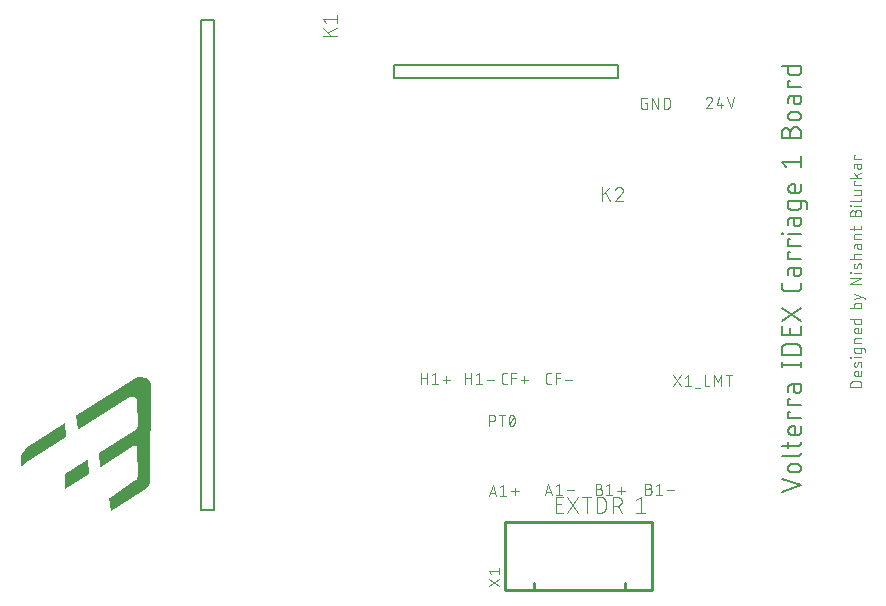
<source format=gbr>
G04 EAGLE Gerber RS-274X export*
G75*
%MOMM*%
%FSLAX34Y34*%
%LPD*%
%INSilkscreen Top*%
%IPPOS*%
%AMOC8*
5,1,8,0,0,1.08239X$1,22.5*%
G01*
%ADD10C,0.101600*%
%ADD11C,0.076200*%
%ADD12C,0.152400*%
%ADD13C,0.127000*%
%ADD14C,0.254000*%

G36*
X215156Y187335D02*
X215156Y187335D01*
X215213Y187333D01*
X215246Y187347D01*
X215272Y187350D01*
X215301Y187369D01*
X215347Y187388D01*
X242779Y205422D01*
X242783Y205427D01*
X242790Y205430D01*
X244466Y206619D01*
X244484Y206639D01*
X244515Y206660D01*
X245968Y208113D01*
X245983Y208136D01*
X246009Y208162D01*
X247198Y209838D01*
X247209Y209865D01*
X247233Y209897D01*
X247873Y211271D01*
X247878Y211295D01*
X247893Y211323D01*
X248324Y212776D01*
X248325Y212801D01*
X248336Y212831D01*
X248547Y214332D01*
X248545Y214356D01*
X248551Y214388D01*
X248538Y215902D01*
X248792Y295147D01*
X248779Y295203D01*
X248775Y295261D01*
X248766Y295276D01*
X248791Y295629D01*
X248787Y295658D01*
X248777Y295762D01*
X248482Y296777D01*
X248466Y296806D01*
X248451Y296853D01*
X247946Y297781D01*
X247924Y297806D01*
X247899Y297848D01*
X247207Y298647D01*
X247180Y298667D01*
X247147Y298703D01*
X246300Y299335D01*
X246269Y299348D01*
X246230Y299376D01*
X245267Y299812D01*
X245263Y299813D01*
X245260Y299815D01*
X243543Y300552D01*
X243514Y300557D01*
X243478Y300573D01*
X241656Y300989D01*
X241627Y300989D01*
X241588Y300998D01*
X239722Y301078D01*
X239693Y301073D01*
X239653Y301075D01*
X237802Y300818D01*
X237775Y300807D01*
X237735Y300802D01*
X235962Y300216D01*
X235937Y300200D01*
X235899Y300188D01*
X234260Y299292D01*
X234245Y299278D01*
X234221Y299267D01*
X232894Y298319D01*
X232883Y298321D01*
X232827Y298302D01*
X232769Y298292D01*
X232742Y298274D01*
X232719Y298266D01*
X232686Y298236D01*
X232649Y298211D01*
X232425Y297987D01*
X185978Y268545D01*
X185941Y268507D01*
X185898Y268477D01*
X185881Y268446D01*
X185857Y268422D01*
X185841Y268371D01*
X185815Y268325D01*
X185812Y268285D01*
X185803Y268257D01*
X185808Y268225D01*
X185804Y268180D01*
X187074Y257258D01*
X187091Y257212D01*
X187098Y257163D01*
X187120Y257131D01*
X187133Y257095D01*
X187168Y257061D01*
X187196Y257021D01*
X187230Y257002D01*
X187258Y256975D01*
X187305Y256960D01*
X187348Y256936D01*
X187386Y256934D01*
X187423Y256923D01*
X187472Y256930D01*
X187521Y256928D01*
X187563Y256945D01*
X187594Y256949D01*
X187618Y256966D01*
X187656Y256981D01*
X229296Y283387D01*
X230288Y283891D01*
X231337Y284214D01*
X232406Y284350D01*
X233740Y284152D01*
X235049Y283743D01*
X236255Y283148D01*
X236655Y282774D01*
X236944Y282304D01*
X237099Y281774D01*
X237110Y281171D01*
X237110Y281170D01*
X237110Y281169D01*
X237618Y260087D01*
X237619Y260084D01*
X237618Y260081D01*
X237645Y259378D01*
X237536Y258721D01*
X237297Y258100D01*
X236935Y257537D01*
X235805Y256338D01*
X234478Y255328D01*
X205028Y236541D01*
X204991Y236503D01*
X204948Y236473D01*
X204931Y236442D01*
X204907Y236417D01*
X204890Y236367D01*
X204865Y236321D01*
X204862Y236280D01*
X204853Y236252D01*
X204858Y236221D01*
X204854Y236176D01*
X206124Y225254D01*
X206141Y225208D01*
X206148Y225159D01*
X206170Y225127D01*
X206183Y225091D01*
X206219Y225057D01*
X206247Y225016D01*
X206280Y224998D01*
X206308Y224971D01*
X206355Y224956D01*
X206398Y224932D01*
X206436Y224930D01*
X206473Y224919D01*
X206522Y224926D01*
X206571Y224924D01*
X206613Y224941D01*
X206644Y224945D01*
X206668Y224962D01*
X206706Y224977D01*
X233862Y242235D01*
X234448Y242505D01*
X235065Y242659D01*
X235693Y242696D01*
X236124Y242627D01*
X236518Y242456D01*
X236858Y242192D01*
X237122Y241852D01*
X237293Y241458D01*
X237365Y241009D01*
X238125Y218460D01*
X237944Y217150D01*
X237521Y215900D01*
X236872Y214752D01*
X236019Y213745D01*
X234979Y212905D01*
X213912Y198945D01*
X213881Y198912D01*
X213844Y198887D01*
X213823Y198850D01*
X213793Y198819D01*
X213780Y198776D01*
X213758Y198737D01*
X213753Y198686D01*
X213743Y198653D01*
X213747Y198628D01*
X213743Y198593D01*
X214759Y187671D01*
X214777Y187617D01*
X214786Y187562D01*
X214804Y187536D01*
X214814Y187506D01*
X214854Y187466D01*
X214887Y187420D01*
X214914Y187406D01*
X214936Y187384D01*
X214990Y187365D01*
X215040Y187339D01*
X215071Y187338D01*
X215100Y187328D01*
X215156Y187335D01*
G37*
G36*
X139459Y225436D02*
X139459Y225436D01*
X139544Y225439D01*
X139545Y225439D01*
X139547Y225439D01*
X139558Y225445D01*
X139674Y225502D01*
X142713Y227781D01*
X176993Y250381D01*
X177021Y250410D01*
X177056Y250432D01*
X177080Y250472D01*
X177112Y250506D01*
X177124Y250545D01*
X177146Y250581D01*
X177153Y250637D01*
X177163Y250672D01*
X177160Y250695D01*
X177163Y250724D01*
X176401Y261646D01*
X176384Y261703D01*
X176375Y261762D01*
X176359Y261785D01*
X176350Y261812D01*
X176309Y261855D01*
X176275Y261903D01*
X176250Y261917D01*
X176231Y261938D01*
X176175Y261958D01*
X176123Y261987D01*
X176095Y261988D01*
X176068Y261997D01*
X176009Y261991D01*
X175950Y261993D01*
X175920Y261981D01*
X175896Y261979D01*
X175866Y261960D01*
X175816Y261939D01*
X143558Y241111D01*
X143536Y241088D01*
X143497Y241063D01*
X142009Y239601D01*
X141994Y239576D01*
X141966Y239550D01*
X140757Y237848D01*
X140746Y237822D01*
X140723Y237790D01*
X139832Y235903D01*
X139826Y235875D01*
X139809Y235840D01*
X139263Y233826D01*
X139262Y233798D01*
X139251Y233760D01*
X139067Y231682D01*
X139069Y231667D01*
X139066Y231648D01*
X139066Y225806D01*
X139085Y225723D01*
X139104Y225640D01*
X139105Y225639D01*
X139105Y225637D01*
X139160Y225571D01*
X139213Y225505D01*
X139214Y225505D01*
X139215Y225504D01*
X139293Y225469D01*
X139371Y225433D01*
X139372Y225433D01*
X139374Y225433D01*
X139459Y225436D01*
G37*
G36*
X176359Y205879D02*
X176359Y205879D01*
X176369Y205879D01*
X176402Y205896D01*
X176482Y205929D01*
X196548Y218883D01*
X196583Y218919D01*
X196625Y218948D01*
X196643Y218980D01*
X196669Y219007D01*
X196684Y219055D01*
X196708Y219100D01*
X196712Y219143D01*
X196721Y219172D01*
X196717Y219202D01*
X196720Y219244D01*
X195450Y230674D01*
X195432Y230724D01*
X195424Y230777D01*
X195404Y230805D01*
X195392Y230837D01*
X195354Y230874D01*
X195323Y230918D01*
X195293Y230934D01*
X195268Y230958D01*
X195217Y230974D01*
X195170Y230999D01*
X195136Y231000D01*
X195103Y231011D01*
X195050Y231003D01*
X194997Y231005D01*
X194960Y230990D01*
X194931Y230985D01*
X194905Y230967D01*
X194863Y230950D01*
X176321Y218758D01*
X176305Y218740D01*
X176283Y218729D01*
X176246Y218678D01*
X176202Y218632D01*
X176195Y218609D01*
X176180Y218590D01*
X176161Y218501D01*
X176160Y218498D01*
X176156Y218488D01*
X176156Y218485D01*
X176151Y218467D01*
X176152Y218458D01*
X176150Y218448D01*
X175896Y206256D01*
X175912Y206182D01*
X175923Y206106D01*
X175929Y206097D01*
X175932Y206086D01*
X175979Y206027D01*
X176023Y205965D01*
X176032Y205959D01*
X176039Y205950D01*
X176108Y205918D01*
X176175Y205882D01*
X176186Y205881D01*
X176196Y205876D01*
X176272Y205878D01*
X176348Y205875D01*
X176359Y205879D01*
G37*
D10*
X597436Y186182D02*
X591566Y186182D01*
X591566Y199390D01*
X597436Y199390D01*
X595969Y193520D02*
X591566Y193520D01*
X601476Y186182D02*
X610282Y199390D01*
X601476Y199390D02*
X610282Y186182D01*
X617827Y186182D02*
X617827Y199390D01*
X614158Y199390D02*
X621496Y199390D01*
X626533Y199390D02*
X626533Y186182D01*
X626533Y199390D02*
X630202Y199390D01*
X630322Y199388D01*
X630442Y199382D01*
X630562Y199372D01*
X630681Y199359D01*
X630800Y199341D01*
X630918Y199320D01*
X631035Y199294D01*
X631152Y199265D01*
X631267Y199232D01*
X631381Y199195D01*
X631494Y199155D01*
X631606Y199111D01*
X631716Y199063D01*
X631825Y199012D01*
X631932Y198957D01*
X632037Y198898D01*
X632139Y198837D01*
X632240Y198772D01*
X632339Y198703D01*
X632436Y198632D01*
X632530Y198557D01*
X632621Y198480D01*
X632710Y198399D01*
X632796Y198315D01*
X632880Y198229D01*
X632961Y198140D01*
X633038Y198049D01*
X633113Y197955D01*
X633184Y197858D01*
X633253Y197759D01*
X633318Y197658D01*
X633379Y197556D01*
X633438Y197451D01*
X633493Y197344D01*
X633544Y197235D01*
X633592Y197125D01*
X633636Y197013D01*
X633676Y196900D01*
X633713Y196786D01*
X633746Y196671D01*
X633775Y196554D01*
X633801Y196437D01*
X633822Y196319D01*
X633840Y196200D01*
X633853Y196081D01*
X633863Y195961D01*
X633869Y195841D01*
X633871Y195721D01*
X633871Y189851D01*
X633869Y189731D01*
X633863Y189611D01*
X633853Y189491D01*
X633840Y189372D01*
X633822Y189253D01*
X633801Y189135D01*
X633775Y189018D01*
X633746Y188901D01*
X633713Y188786D01*
X633676Y188672D01*
X633636Y188559D01*
X633592Y188447D01*
X633544Y188337D01*
X633493Y188228D01*
X633438Y188121D01*
X633379Y188017D01*
X633318Y187914D01*
X633253Y187813D01*
X633184Y187714D01*
X633113Y187617D01*
X633038Y187523D01*
X632961Y187432D01*
X632880Y187343D01*
X632796Y187257D01*
X632710Y187173D01*
X632621Y187092D01*
X632530Y187015D01*
X632436Y186940D01*
X632339Y186869D01*
X632240Y186800D01*
X632139Y186735D01*
X632037Y186674D01*
X631932Y186615D01*
X631825Y186560D01*
X631716Y186509D01*
X631606Y186461D01*
X631494Y186417D01*
X631381Y186377D01*
X631267Y186340D01*
X631152Y186307D01*
X631035Y186278D01*
X630918Y186252D01*
X630800Y186231D01*
X630681Y186213D01*
X630562Y186200D01*
X630442Y186190D01*
X630322Y186184D01*
X630202Y186182D01*
X626533Y186182D01*
X640266Y186182D02*
X640266Y199390D01*
X643935Y199390D01*
X644055Y199388D01*
X644175Y199382D01*
X644295Y199372D01*
X644414Y199359D01*
X644533Y199341D01*
X644651Y199320D01*
X644768Y199294D01*
X644885Y199265D01*
X645000Y199232D01*
X645114Y199195D01*
X645227Y199155D01*
X645339Y199111D01*
X645449Y199063D01*
X645558Y199012D01*
X645665Y198957D01*
X645770Y198898D01*
X645872Y198837D01*
X645973Y198772D01*
X646072Y198703D01*
X646169Y198632D01*
X646263Y198557D01*
X646354Y198480D01*
X646443Y198399D01*
X646529Y198315D01*
X646613Y198229D01*
X646694Y198140D01*
X646771Y198049D01*
X646846Y197955D01*
X646917Y197858D01*
X646986Y197759D01*
X647051Y197658D01*
X647112Y197556D01*
X647171Y197451D01*
X647226Y197344D01*
X647277Y197235D01*
X647325Y197125D01*
X647369Y197013D01*
X647409Y196900D01*
X647446Y196786D01*
X647479Y196671D01*
X647508Y196554D01*
X647534Y196437D01*
X647555Y196319D01*
X647573Y196200D01*
X647586Y196081D01*
X647596Y195961D01*
X647602Y195841D01*
X647604Y195721D01*
X647602Y195601D01*
X647596Y195481D01*
X647586Y195361D01*
X647573Y195242D01*
X647555Y195123D01*
X647534Y195005D01*
X647508Y194888D01*
X647479Y194771D01*
X647446Y194656D01*
X647409Y194542D01*
X647369Y194429D01*
X647325Y194317D01*
X647277Y194207D01*
X647226Y194098D01*
X647171Y193991D01*
X647112Y193887D01*
X647051Y193784D01*
X646986Y193683D01*
X646917Y193584D01*
X646846Y193487D01*
X646771Y193393D01*
X646694Y193302D01*
X646613Y193213D01*
X646529Y193127D01*
X646443Y193043D01*
X646354Y192962D01*
X646263Y192885D01*
X646169Y192810D01*
X646072Y192739D01*
X645973Y192670D01*
X645872Y192605D01*
X645770Y192544D01*
X645665Y192485D01*
X645558Y192430D01*
X645449Y192379D01*
X645339Y192331D01*
X645227Y192287D01*
X645114Y192247D01*
X645000Y192210D01*
X644885Y192177D01*
X644768Y192148D01*
X644651Y192122D01*
X644533Y192101D01*
X644414Y192083D01*
X644295Y192070D01*
X644175Y192060D01*
X644055Y192054D01*
X643935Y192052D01*
X640266Y192052D01*
X644669Y192052D02*
X647604Y186182D01*
X659817Y196455D02*
X663486Y199390D01*
X663486Y186182D01*
X659817Y186182D02*
X667155Y186182D01*
D11*
X535305Y259461D02*
X535305Y268859D01*
X537916Y268859D01*
X538017Y268857D01*
X538118Y268851D01*
X538219Y268841D01*
X538319Y268828D01*
X538419Y268810D01*
X538518Y268789D01*
X538616Y268763D01*
X538713Y268734D01*
X538809Y268702D01*
X538903Y268665D01*
X538996Y268625D01*
X539088Y268581D01*
X539177Y268534D01*
X539265Y268483D01*
X539351Y268429D01*
X539434Y268372D01*
X539516Y268312D01*
X539594Y268248D01*
X539671Y268182D01*
X539744Y268112D01*
X539815Y268040D01*
X539883Y267965D01*
X539948Y267887D01*
X540010Y267807D01*
X540069Y267725D01*
X540125Y267640D01*
X540177Y267553D01*
X540226Y267465D01*
X540272Y267374D01*
X540313Y267282D01*
X540352Y267188D01*
X540386Y267093D01*
X540417Y266997D01*
X540444Y266899D01*
X540468Y266801D01*
X540487Y266701D01*
X540503Y266601D01*
X540515Y266501D01*
X540523Y266400D01*
X540527Y266299D01*
X540527Y266197D01*
X540523Y266096D01*
X540515Y265995D01*
X540503Y265895D01*
X540487Y265795D01*
X540468Y265695D01*
X540444Y265597D01*
X540417Y265499D01*
X540386Y265403D01*
X540352Y265308D01*
X540313Y265214D01*
X540272Y265122D01*
X540226Y265031D01*
X540177Y264943D01*
X540125Y264856D01*
X540069Y264771D01*
X540010Y264689D01*
X539948Y264609D01*
X539883Y264531D01*
X539815Y264456D01*
X539744Y264384D01*
X539671Y264314D01*
X539594Y264248D01*
X539516Y264184D01*
X539434Y264124D01*
X539351Y264067D01*
X539265Y264013D01*
X539177Y263962D01*
X539088Y263915D01*
X538996Y263871D01*
X538903Y263831D01*
X538809Y263794D01*
X538713Y263762D01*
X538616Y263733D01*
X538518Y263707D01*
X538419Y263686D01*
X538319Y263668D01*
X538219Y263655D01*
X538118Y263645D01*
X538017Y263639D01*
X537916Y263637D01*
X537916Y263638D02*
X535305Y263638D01*
X546014Y259461D02*
X546014Y268859D01*
X548624Y268859D02*
X543403Y268859D01*
X552720Y267554D02*
X552641Y267387D01*
X552566Y267218D01*
X552495Y267047D01*
X552428Y266875D01*
X552366Y266701D01*
X552307Y266525D01*
X552253Y266349D01*
X552203Y266171D01*
X552157Y265991D01*
X552115Y265811D01*
X552078Y265630D01*
X552045Y265448D01*
X552016Y265266D01*
X551992Y265082D01*
X551972Y264898D01*
X551957Y264714D01*
X551946Y264530D01*
X551939Y264345D01*
X551937Y264160D01*
X552720Y267554D02*
X552750Y267634D01*
X552783Y267713D01*
X552820Y267790D01*
X552860Y267866D01*
X552903Y267940D01*
X552949Y268012D01*
X552999Y268081D01*
X553051Y268149D01*
X553107Y268214D01*
X553165Y268277D01*
X553227Y268336D01*
X553290Y268394D01*
X553357Y268448D01*
X553425Y268499D01*
X553496Y268547D01*
X553569Y268592D01*
X553643Y268634D01*
X553720Y268672D01*
X553798Y268707D01*
X553877Y268739D01*
X553958Y268767D01*
X554040Y268791D01*
X554124Y268812D01*
X554207Y268829D01*
X554292Y268842D01*
X554377Y268851D01*
X554462Y268857D01*
X554548Y268859D01*
X554634Y268857D01*
X554719Y268851D01*
X554804Y268842D01*
X554889Y268829D01*
X554972Y268812D01*
X555056Y268791D01*
X555138Y268767D01*
X555219Y268739D01*
X555298Y268707D01*
X555376Y268672D01*
X555453Y268634D01*
X555527Y268592D01*
X555600Y268547D01*
X555671Y268499D01*
X555739Y268448D01*
X555806Y268394D01*
X555869Y268336D01*
X555931Y268277D01*
X555989Y268214D01*
X556045Y268149D01*
X556097Y268081D01*
X556147Y268012D01*
X556193Y267940D01*
X556236Y267866D01*
X556276Y267790D01*
X556313Y267713D01*
X556346Y267634D01*
X556376Y267554D01*
X556455Y267387D01*
X556530Y267218D01*
X556601Y267047D01*
X556668Y266875D01*
X556730Y266701D01*
X556789Y266525D01*
X556843Y266349D01*
X556893Y266171D01*
X556939Y265991D01*
X556981Y265811D01*
X557018Y265630D01*
X557051Y265448D01*
X557080Y265266D01*
X557104Y265082D01*
X557124Y264898D01*
X557139Y264714D01*
X557150Y264530D01*
X557157Y264345D01*
X557159Y264160D01*
X551938Y264160D02*
X551940Y263975D01*
X551947Y263790D01*
X551958Y263606D01*
X551973Y263422D01*
X551993Y263238D01*
X552017Y263054D01*
X552046Y262872D01*
X552079Y262690D01*
X552116Y262509D01*
X552158Y262329D01*
X552204Y262149D01*
X552254Y261971D01*
X552308Y261795D01*
X552367Y261619D01*
X552429Y261445D01*
X552496Y261273D01*
X552567Y261102D01*
X552642Y260933D01*
X552721Y260766D01*
X552720Y260766D02*
X552750Y260686D01*
X552783Y260607D01*
X552820Y260530D01*
X552860Y260454D01*
X552903Y260380D01*
X552949Y260308D01*
X552999Y260239D01*
X553052Y260171D01*
X553107Y260106D01*
X553166Y260043D01*
X553227Y259984D01*
X553290Y259926D01*
X553357Y259872D01*
X553425Y259821D01*
X553496Y259773D01*
X553569Y259728D01*
X553643Y259686D01*
X553720Y259648D01*
X553798Y259613D01*
X553877Y259581D01*
X553958Y259553D01*
X554040Y259529D01*
X554124Y259508D01*
X554207Y259491D01*
X554292Y259478D01*
X554377Y259469D01*
X554462Y259463D01*
X554548Y259461D01*
X556376Y260766D02*
X556455Y260933D01*
X556530Y261102D01*
X556601Y261273D01*
X556668Y261445D01*
X556730Y261619D01*
X556789Y261795D01*
X556843Y261971D01*
X556893Y262149D01*
X556939Y262329D01*
X556981Y262509D01*
X557018Y262690D01*
X557051Y262872D01*
X557080Y263054D01*
X557104Y263238D01*
X557124Y263422D01*
X557139Y263606D01*
X557150Y263790D01*
X557157Y263975D01*
X557159Y264160D01*
X556376Y260766D02*
X556346Y260686D01*
X556313Y260607D01*
X556276Y260530D01*
X556236Y260454D01*
X556193Y260380D01*
X556147Y260308D01*
X556097Y260239D01*
X556045Y260171D01*
X555989Y260106D01*
X555931Y260043D01*
X555869Y259984D01*
X555806Y259926D01*
X555739Y259872D01*
X555671Y259821D01*
X555600Y259773D01*
X555527Y259728D01*
X555453Y259686D01*
X555376Y259648D01*
X555298Y259613D01*
X555219Y259581D01*
X555138Y259553D01*
X555056Y259529D01*
X554972Y259508D01*
X554889Y259491D01*
X554804Y259478D01*
X554719Y259469D01*
X554634Y259463D01*
X554548Y259461D01*
X552460Y261549D02*
X556637Y266771D01*
X477393Y295021D02*
X477393Y304419D01*
X477393Y300242D02*
X482614Y300242D01*
X482614Y304419D02*
X482614Y295021D01*
X486842Y302331D02*
X489452Y304419D01*
X489452Y295021D01*
X486842Y295021D02*
X492063Y295021D01*
X496073Y298676D02*
X502339Y298676D01*
X499206Y295543D02*
X499206Y301808D01*
X514731Y304419D02*
X514731Y295021D01*
X514731Y300242D02*
X519952Y300242D01*
X519952Y304419D02*
X519952Y295021D01*
X524180Y302331D02*
X526790Y304419D01*
X526790Y295021D01*
X524180Y295021D02*
X529401Y295021D01*
X533411Y298676D02*
X539677Y298676D01*
X548315Y295021D02*
X550404Y295021D01*
X548315Y295021D02*
X548226Y295023D01*
X548138Y295029D01*
X548050Y295038D01*
X547962Y295051D01*
X547875Y295068D01*
X547789Y295088D01*
X547704Y295113D01*
X547619Y295140D01*
X547536Y295172D01*
X547455Y295206D01*
X547375Y295245D01*
X547297Y295286D01*
X547220Y295331D01*
X547146Y295379D01*
X547073Y295430D01*
X547003Y295484D01*
X546936Y295542D01*
X546870Y295602D01*
X546808Y295664D01*
X546748Y295730D01*
X546690Y295797D01*
X546636Y295867D01*
X546585Y295940D01*
X546537Y296014D01*
X546492Y296091D01*
X546451Y296169D01*
X546412Y296249D01*
X546378Y296330D01*
X546346Y296413D01*
X546319Y296498D01*
X546294Y296583D01*
X546274Y296669D01*
X546257Y296756D01*
X546244Y296844D01*
X546235Y296932D01*
X546229Y297020D01*
X546227Y297109D01*
X546227Y302331D01*
X546229Y302422D01*
X546235Y302513D01*
X546245Y302604D01*
X546259Y302694D01*
X546276Y302783D01*
X546298Y302871D01*
X546324Y302959D01*
X546353Y303045D01*
X546386Y303130D01*
X546423Y303213D01*
X546463Y303295D01*
X546507Y303375D01*
X546554Y303453D01*
X546605Y303529D01*
X546658Y303602D01*
X546715Y303673D01*
X546776Y303742D01*
X546839Y303807D01*
X546904Y303870D01*
X546973Y303930D01*
X547044Y303988D01*
X547117Y304041D01*
X547193Y304092D01*
X547271Y304139D01*
X547351Y304183D01*
X547433Y304223D01*
X547516Y304260D01*
X547601Y304293D01*
X547687Y304322D01*
X547775Y304348D01*
X547863Y304370D01*
X547952Y304387D01*
X548042Y304401D01*
X548133Y304411D01*
X548224Y304417D01*
X548315Y304419D01*
X550404Y304419D01*
X554195Y304419D02*
X554195Y295021D01*
X554195Y304419D02*
X558372Y304419D01*
X558372Y300242D02*
X554195Y300242D01*
X561885Y298676D02*
X568150Y298676D01*
X565018Y301808D02*
X565018Y295543D01*
X585653Y295021D02*
X587742Y295021D01*
X585653Y295021D02*
X585564Y295023D01*
X585476Y295029D01*
X585388Y295038D01*
X585300Y295051D01*
X585213Y295068D01*
X585127Y295088D01*
X585042Y295113D01*
X584957Y295140D01*
X584874Y295172D01*
X584793Y295206D01*
X584713Y295245D01*
X584635Y295286D01*
X584558Y295331D01*
X584484Y295379D01*
X584411Y295430D01*
X584341Y295484D01*
X584274Y295542D01*
X584208Y295602D01*
X584146Y295664D01*
X584086Y295730D01*
X584028Y295797D01*
X583974Y295867D01*
X583923Y295940D01*
X583875Y296014D01*
X583830Y296091D01*
X583789Y296169D01*
X583750Y296249D01*
X583716Y296330D01*
X583684Y296413D01*
X583657Y296498D01*
X583632Y296583D01*
X583612Y296669D01*
X583595Y296756D01*
X583582Y296844D01*
X583573Y296932D01*
X583567Y297020D01*
X583565Y297109D01*
X583565Y302331D01*
X583567Y302422D01*
X583573Y302513D01*
X583583Y302604D01*
X583597Y302694D01*
X583614Y302783D01*
X583636Y302871D01*
X583662Y302959D01*
X583691Y303045D01*
X583724Y303130D01*
X583761Y303213D01*
X583801Y303295D01*
X583845Y303375D01*
X583892Y303453D01*
X583943Y303529D01*
X583996Y303602D01*
X584053Y303673D01*
X584114Y303742D01*
X584177Y303807D01*
X584242Y303870D01*
X584311Y303930D01*
X584382Y303988D01*
X584455Y304041D01*
X584531Y304092D01*
X584609Y304139D01*
X584689Y304183D01*
X584771Y304223D01*
X584854Y304260D01*
X584939Y304293D01*
X585025Y304322D01*
X585113Y304348D01*
X585201Y304370D01*
X585290Y304387D01*
X585380Y304401D01*
X585471Y304411D01*
X585562Y304417D01*
X585653Y304419D01*
X587742Y304419D01*
X591533Y304419D02*
X591533Y295021D01*
X591533Y304419D02*
X595710Y304419D01*
X595710Y300242D02*
X591533Y300242D01*
X599223Y298676D02*
X605488Y298676D01*
X538184Y209931D02*
X535051Y200533D01*
X541316Y200533D02*
X538184Y209931D01*
X540533Y202883D02*
X535834Y202883D01*
X544717Y207843D02*
X547328Y209931D01*
X547328Y200533D01*
X549938Y200533D02*
X544717Y200533D01*
X553949Y204188D02*
X560214Y204188D01*
X557081Y201055D02*
X557081Y207320D01*
X582295Y201295D02*
X585428Y210693D01*
X588560Y201295D01*
X587777Y203645D02*
X583078Y203645D01*
X591961Y208605D02*
X594572Y210693D01*
X594572Y201295D01*
X597182Y201295D02*
X591961Y201295D01*
X601193Y204950D02*
X607458Y204950D01*
X625729Y206262D02*
X628340Y206262D01*
X628340Y206263D02*
X628441Y206261D01*
X628542Y206255D01*
X628643Y206245D01*
X628743Y206232D01*
X628843Y206214D01*
X628942Y206193D01*
X629040Y206167D01*
X629137Y206138D01*
X629233Y206106D01*
X629327Y206069D01*
X629420Y206029D01*
X629512Y205985D01*
X629601Y205938D01*
X629689Y205887D01*
X629775Y205833D01*
X629858Y205776D01*
X629940Y205716D01*
X630018Y205652D01*
X630095Y205586D01*
X630168Y205516D01*
X630239Y205444D01*
X630307Y205369D01*
X630372Y205291D01*
X630434Y205211D01*
X630493Y205129D01*
X630549Y205044D01*
X630601Y204957D01*
X630650Y204869D01*
X630696Y204778D01*
X630737Y204686D01*
X630776Y204592D01*
X630810Y204497D01*
X630841Y204401D01*
X630868Y204303D01*
X630892Y204205D01*
X630911Y204105D01*
X630927Y204005D01*
X630939Y203905D01*
X630947Y203804D01*
X630951Y203703D01*
X630951Y203601D01*
X630947Y203500D01*
X630939Y203399D01*
X630927Y203299D01*
X630911Y203199D01*
X630892Y203099D01*
X630868Y203001D01*
X630841Y202903D01*
X630810Y202807D01*
X630776Y202712D01*
X630737Y202618D01*
X630696Y202526D01*
X630650Y202435D01*
X630601Y202346D01*
X630549Y202260D01*
X630493Y202175D01*
X630434Y202093D01*
X630372Y202013D01*
X630307Y201935D01*
X630239Y201860D01*
X630168Y201788D01*
X630095Y201718D01*
X630018Y201652D01*
X629940Y201588D01*
X629858Y201528D01*
X629775Y201471D01*
X629689Y201417D01*
X629601Y201366D01*
X629512Y201319D01*
X629420Y201275D01*
X629327Y201235D01*
X629233Y201198D01*
X629137Y201166D01*
X629040Y201137D01*
X628942Y201111D01*
X628843Y201090D01*
X628743Y201072D01*
X628643Y201059D01*
X628542Y201049D01*
X628441Y201043D01*
X628340Y201041D01*
X625729Y201041D01*
X625729Y210439D01*
X628340Y210439D01*
X628430Y210437D01*
X628519Y210431D01*
X628609Y210422D01*
X628698Y210408D01*
X628786Y210391D01*
X628873Y210370D01*
X628960Y210345D01*
X629045Y210316D01*
X629129Y210284D01*
X629211Y210249D01*
X629292Y210209D01*
X629371Y210167D01*
X629448Y210121D01*
X629523Y210071D01*
X629596Y210019D01*
X629667Y209963D01*
X629735Y209905D01*
X629800Y209843D01*
X629863Y209779D01*
X629923Y209712D01*
X629980Y209643D01*
X630034Y209571D01*
X630085Y209497D01*
X630133Y209421D01*
X630177Y209343D01*
X630218Y209263D01*
X630256Y209181D01*
X630290Y209098D01*
X630320Y209013D01*
X630347Y208927D01*
X630370Y208841D01*
X630389Y208753D01*
X630404Y208664D01*
X630416Y208575D01*
X630424Y208486D01*
X630428Y208396D01*
X630428Y208306D01*
X630424Y208216D01*
X630416Y208127D01*
X630404Y208038D01*
X630389Y207949D01*
X630370Y207861D01*
X630347Y207775D01*
X630320Y207689D01*
X630290Y207604D01*
X630256Y207521D01*
X630218Y207439D01*
X630177Y207359D01*
X630133Y207281D01*
X630085Y207205D01*
X630034Y207131D01*
X629980Y207059D01*
X629923Y206990D01*
X629863Y206923D01*
X629800Y206859D01*
X629735Y206797D01*
X629667Y206739D01*
X629596Y206683D01*
X629523Y206631D01*
X629448Y206581D01*
X629371Y206535D01*
X629292Y206493D01*
X629211Y206453D01*
X629129Y206418D01*
X629045Y206386D01*
X628960Y206357D01*
X628873Y206332D01*
X628786Y206311D01*
X628698Y206294D01*
X628609Y206280D01*
X628519Y206271D01*
X628430Y206265D01*
X628340Y206263D01*
X634437Y208351D02*
X637047Y210439D01*
X637047Y201041D01*
X634437Y201041D02*
X639658Y201041D01*
X643668Y204696D02*
X649934Y204696D01*
X646801Y201563D02*
X646801Y207828D01*
X667639Y206516D02*
X670250Y206516D01*
X670250Y206517D02*
X670351Y206515D01*
X670452Y206509D01*
X670553Y206499D01*
X670653Y206486D01*
X670753Y206468D01*
X670852Y206447D01*
X670950Y206421D01*
X671047Y206392D01*
X671143Y206360D01*
X671237Y206323D01*
X671330Y206283D01*
X671422Y206239D01*
X671511Y206192D01*
X671599Y206141D01*
X671685Y206087D01*
X671768Y206030D01*
X671850Y205970D01*
X671928Y205906D01*
X672005Y205840D01*
X672078Y205770D01*
X672149Y205698D01*
X672217Y205623D01*
X672282Y205545D01*
X672344Y205465D01*
X672403Y205383D01*
X672459Y205298D01*
X672511Y205211D01*
X672560Y205123D01*
X672606Y205032D01*
X672647Y204940D01*
X672686Y204846D01*
X672720Y204751D01*
X672751Y204655D01*
X672778Y204557D01*
X672802Y204459D01*
X672821Y204359D01*
X672837Y204259D01*
X672849Y204159D01*
X672857Y204058D01*
X672861Y203957D01*
X672861Y203855D01*
X672857Y203754D01*
X672849Y203653D01*
X672837Y203553D01*
X672821Y203453D01*
X672802Y203353D01*
X672778Y203255D01*
X672751Y203157D01*
X672720Y203061D01*
X672686Y202966D01*
X672647Y202872D01*
X672606Y202780D01*
X672560Y202689D01*
X672511Y202600D01*
X672459Y202514D01*
X672403Y202429D01*
X672344Y202347D01*
X672282Y202267D01*
X672217Y202189D01*
X672149Y202114D01*
X672078Y202042D01*
X672005Y201972D01*
X671928Y201906D01*
X671850Y201842D01*
X671768Y201782D01*
X671685Y201725D01*
X671599Y201671D01*
X671511Y201620D01*
X671422Y201573D01*
X671330Y201529D01*
X671237Y201489D01*
X671143Y201452D01*
X671047Y201420D01*
X670950Y201391D01*
X670852Y201365D01*
X670753Y201344D01*
X670653Y201326D01*
X670553Y201313D01*
X670452Y201303D01*
X670351Y201297D01*
X670250Y201295D01*
X667639Y201295D01*
X667639Y210693D01*
X670250Y210693D01*
X670340Y210691D01*
X670429Y210685D01*
X670519Y210676D01*
X670608Y210662D01*
X670696Y210645D01*
X670783Y210624D01*
X670870Y210599D01*
X670955Y210570D01*
X671039Y210538D01*
X671121Y210503D01*
X671202Y210463D01*
X671281Y210421D01*
X671358Y210375D01*
X671433Y210325D01*
X671506Y210273D01*
X671577Y210217D01*
X671645Y210159D01*
X671710Y210097D01*
X671773Y210033D01*
X671833Y209966D01*
X671890Y209897D01*
X671944Y209825D01*
X671995Y209751D01*
X672043Y209675D01*
X672087Y209597D01*
X672128Y209517D01*
X672166Y209435D01*
X672200Y209352D01*
X672230Y209267D01*
X672257Y209181D01*
X672280Y209095D01*
X672299Y209007D01*
X672314Y208918D01*
X672326Y208829D01*
X672334Y208740D01*
X672338Y208650D01*
X672338Y208560D01*
X672334Y208470D01*
X672326Y208381D01*
X672314Y208292D01*
X672299Y208203D01*
X672280Y208115D01*
X672257Y208029D01*
X672230Y207943D01*
X672200Y207858D01*
X672166Y207775D01*
X672128Y207693D01*
X672087Y207613D01*
X672043Y207535D01*
X671995Y207459D01*
X671944Y207385D01*
X671890Y207313D01*
X671833Y207244D01*
X671773Y207177D01*
X671710Y207113D01*
X671645Y207051D01*
X671577Y206993D01*
X671506Y206937D01*
X671433Y206885D01*
X671358Y206835D01*
X671281Y206789D01*
X671202Y206747D01*
X671121Y206707D01*
X671039Y206672D01*
X670955Y206640D01*
X670870Y206611D01*
X670783Y206586D01*
X670696Y206565D01*
X670608Y206548D01*
X670519Y206534D01*
X670429Y206525D01*
X670340Y206519D01*
X670250Y206517D01*
X676347Y208605D02*
X678957Y210693D01*
X678957Y201295D01*
X676347Y201295D02*
X681568Y201295D01*
X685578Y204950D02*
X691844Y204950D01*
X691261Y292989D02*
X697526Y302387D01*
X691261Y302387D02*
X697526Y292989D01*
X700927Y300299D02*
X703538Y302387D01*
X703538Y292989D01*
X706148Y292989D02*
X700927Y292989D01*
X709679Y291945D02*
X713856Y291945D01*
X717708Y292989D02*
X717708Y302387D01*
X717708Y292989D02*
X721885Y292989D01*
X725703Y292989D02*
X725703Y302387D01*
X728836Y297166D01*
X731969Y302387D01*
X731969Y292989D01*
X738285Y292989D02*
X738285Y302387D01*
X740895Y302387D02*
X735674Y302387D01*
X668796Y533160D02*
X667230Y533160D01*
X668796Y533160D02*
X668796Y527939D01*
X665663Y527939D01*
X665574Y527941D01*
X665486Y527947D01*
X665398Y527956D01*
X665310Y527969D01*
X665223Y527986D01*
X665137Y528006D01*
X665052Y528031D01*
X664967Y528058D01*
X664884Y528090D01*
X664803Y528124D01*
X664723Y528163D01*
X664645Y528204D01*
X664568Y528249D01*
X664494Y528297D01*
X664421Y528348D01*
X664351Y528402D01*
X664284Y528460D01*
X664218Y528520D01*
X664156Y528582D01*
X664096Y528648D01*
X664038Y528715D01*
X663984Y528785D01*
X663933Y528858D01*
X663885Y528932D01*
X663840Y529009D01*
X663799Y529087D01*
X663760Y529167D01*
X663726Y529248D01*
X663694Y529331D01*
X663667Y529416D01*
X663642Y529501D01*
X663622Y529587D01*
X663605Y529674D01*
X663592Y529762D01*
X663583Y529850D01*
X663577Y529938D01*
X663575Y530027D01*
X663575Y535249D01*
X663577Y535340D01*
X663583Y535431D01*
X663593Y535522D01*
X663607Y535612D01*
X663624Y535701D01*
X663646Y535789D01*
X663672Y535877D01*
X663701Y535963D01*
X663734Y536048D01*
X663771Y536131D01*
X663811Y536213D01*
X663855Y536293D01*
X663902Y536371D01*
X663953Y536447D01*
X664006Y536520D01*
X664063Y536591D01*
X664124Y536660D01*
X664187Y536725D01*
X664252Y536788D01*
X664321Y536848D01*
X664392Y536906D01*
X664465Y536959D01*
X664541Y537010D01*
X664619Y537057D01*
X664699Y537101D01*
X664781Y537141D01*
X664864Y537178D01*
X664949Y537211D01*
X665035Y537240D01*
X665123Y537266D01*
X665211Y537288D01*
X665300Y537305D01*
X665390Y537319D01*
X665481Y537329D01*
X665572Y537335D01*
X665663Y537337D01*
X668796Y537337D01*
X673329Y537337D02*
X673329Y527939D01*
X678550Y527939D02*
X673329Y537337D01*
X678550Y537337D02*
X678550Y527939D01*
X683082Y527939D02*
X683082Y537337D01*
X685693Y537337D01*
X685793Y537335D01*
X685893Y537329D01*
X685992Y537320D01*
X686092Y537306D01*
X686190Y537289D01*
X686288Y537268D01*
X686385Y537244D01*
X686481Y537215D01*
X686576Y537183D01*
X686669Y537148D01*
X686761Y537109D01*
X686852Y537066D01*
X686940Y537020D01*
X687027Y536970D01*
X687112Y536918D01*
X687195Y536862D01*
X687276Y536803D01*
X687354Y536740D01*
X687430Y536675D01*
X687504Y536607D01*
X687574Y536537D01*
X687642Y536463D01*
X687707Y536387D01*
X687770Y536309D01*
X687829Y536228D01*
X687885Y536145D01*
X687937Y536060D01*
X687987Y535973D01*
X688033Y535885D01*
X688076Y535794D01*
X688115Y535702D01*
X688150Y535609D01*
X688182Y535514D01*
X688211Y535418D01*
X688235Y535321D01*
X688256Y535223D01*
X688273Y535125D01*
X688287Y535025D01*
X688296Y534926D01*
X688302Y534826D01*
X688304Y534726D01*
X688303Y534726D02*
X688303Y530550D01*
X688304Y530550D02*
X688302Y530450D01*
X688296Y530350D01*
X688287Y530251D01*
X688273Y530151D01*
X688256Y530053D01*
X688235Y529955D01*
X688211Y529858D01*
X688182Y529762D01*
X688150Y529667D01*
X688115Y529574D01*
X688076Y529482D01*
X688033Y529391D01*
X687987Y529303D01*
X687937Y529216D01*
X687885Y529131D01*
X687829Y529048D01*
X687770Y528967D01*
X687707Y528889D01*
X687642Y528813D01*
X687574Y528739D01*
X687504Y528669D01*
X687430Y528601D01*
X687354Y528536D01*
X687276Y528473D01*
X687195Y528414D01*
X687112Y528358D01*
X687027Y528306D01*
X686940Y528256D01*
X686852Y528210D01*
X686761Y528167D01*
X686669Y528128D01*
X686576Y528093D01*
X686481Y528061D01*
X686385Y528032D01*
X686288Y528008D01*
X686190Y527987D01*
X686092Y527970D01*
X685992Y527956D01*
X685893Y527947D01*
X685793Y527941D01*
X685693Y527939D01*
X683082Y527939D01*
X721819Y538354D02*
X721914Y538352D01*
X722008Y538346D01*
X722102Y538337D01*
X722196Y538324D01*
X722289Y538307D01*
X722381Y538286D01*
X722473Y538261D01*
X722563Y538233D01*
X722652Y538201D01*
X722740Y538166D01*
X722826Y538127D01*
X722911Y538085D01*
X722994Y538039D01*
X723075Y537990D01*
X723154Y537938D01*
X723231Y537883D01*
X723305Y537824D01*
X723377Y537763D01*
X723447Y537699D01*
X723514Y537632D01*
X723578Y537562D01*
X723639Y537490D01*
X723698Y537416D01*
X723753Y537339D01*
X723805Y537260D01*
X723854Y537179D01*
X723900Y537096D01*
X723942Y537011D01*
X723981Y536925D01*
X724016Y536837D01*
X724048Y536748D01*
X724076Y536658D01*
X724101Y536566D01*
X724122Y536474D01*
X724139Y536381D01*
X724152Y536287D01*
X724161Y536193D01*
X724167Y536099D01*
X724169Y536004D01*
X721819Y538353D02*
X721711Y538351D01*
X721602Y538345D01*
X721494Y538335D01*
X721387Y538322D01*
X721280Y538304D01*
X721173Y538283D01*
X721068Y538258D01*
X720963Y538229D01*
X720860Y538197D01*
X720758Y538160D01*
X720657Y538120D01*
X720558Y538077D01*
X720460Y538030D01*
X720364Y537979D01*
X720270Y537925D01*
X720178Y537868D01*
X720088Y537807D01*
X720000Y537743D01*
X719915Y537677D01*
X719832Y537607D01*
X719752Y537534D01*
X719674Y537458D01*
X719599Y537380D01*
X719527Y537299D01*
X719458Y537215D01*
X719392Y537129D01*
X719329Y537041D01*
X719270Y536950D01*
X719213Y536858D01*
X719160Y536763D01*
X719111Y536667D01*
X719065Y536568D01*
X719022Y536469D01*
X718983Y536367D01*
X718948Y536265D01*
X723385Y534176D02*
X723454Y534245D01*
X723520Y534316D01*
X723584Y534389D01*
X723645Y534465D01*
X723703Y534544D01*
X723757Y534624D01*
X723809Y534707D01*
X723857Y534791D01*
X723903Y534877D01*
X723944Y534965D01*
X723983Y535055D01*
X724018Y535146D01*
X724049Y535238D01*
X724077Y535331D01*
X724101Y535425D01*
X724121Y535520D01*
X724138Y535616D01*
X724151Y535713D01*
X724160Y535810D01*
X724166Y535907D01*
X724168Y536004D01*
X723385Y534176D02*
X718947Y528955D01*
X724168Y528955D01*
X728091Y531043D02*
X730179Y538353D01*
X728091Y531043D02*
X733312Y531043D01*
X731746Y533132D02*
X731746Y528955D01*
X739845Y528955D02*
X736713Y538353D01*
X742978Y538353D02*
X739845Y528955D01*
D12*
X799338Y209381D02*
X783082Y203962D01*
X783082Y214799D02*
X799338Y209381D01*
X795726Y220357D02*
X792113Y220357D01*
X792113Y220358D02*
X791994Y220360D01*
X791874Y220366D01*
X791755Y220376D01*
X791637Y220390D01*
X791518Y220407D01*
X791401Y220429D01*
X791284Y220454D01*
X791169Y220484D01*
X791054Y220517D01*
X790940Y220554D01*
X790828Y220594D01*
X790717Y220639D01*
X790608Y220687D01*
X790500Y220738D01*
X790394Y220793D01*
X790290Y220852D01*
X790188Y220914D01*
X790088Y220979D01*
X789990Y221048D01*
X789894Y221120D01*
X789801Y221195D01*
X789711Y221272D01*
X789623Y221353D01*
X789538Y221437D01*
X789456Y221524D01*
X789376Y221613D01*
X789300Y221705D01*
X789226Y221799D01*
X789156Y221896D01*
X789089Y221994D01*
X789025Y222095D01*
X788965Y222199D01*
X788908Y222304D01*
X788855Y222411D01*
X788805Y222519D01*
X788759Y222629D01*
X788717Y222741D01*
X788678Y222854D01*
X788643Y222968D01*
X788612Y223083D01*
X788584Y223200D01*
X788561Y223317D01*
X788541Y223434D01*
X788525Y223553D01*
X788513Y223672D01*
X788505Y223791D01*
X788501Y223910D01*
X788501Y224030D01*
X788505Y224149D01*
X788513Y224268D01*
X788525Y224387D01*
X788541Y224506D01*
X788561Y224623D01*
X788584Y224740D01*
X788612Y224857D01*
X788643Y224972D01*
X788678Y225086D01*
X788717Y225199D01*
X788759Y225311D01*
X788805Y225421D01*
X788855Y225529D01*
X788908Y225636D01*
X788965Y225741D01*
X789025Y225845D01*
X789089Y225946D01*
X789156Y226044D01*
X789226Y226141D01*
X789300Y226235D01*
X789376Y226327D01*
X789456Y226416D01*
X789538Y226503D01*
X789623Y226587D01*
X789711Y226668D01*
X789801Y226745D01*
X789894Y226820D01*
X789990Y226892D01*
X790088Y226961D01*
X790188Y227026D01*
X790290Y227088D01*
X790394Y227147D01*
X790500Y227202D01*
X790608Y227253D01*
X790717Y227301D01*
X790828Y227346D01*
X790940Y227386D01*
X791054Y227423D01*
X791169Y227456D01*
X791284Y227486D01*
X791401Y227511D01*
X791518Y227533D01*
X791637Y227550D01*
X791755Y227564D01*
X791874Y227574D01*
X791994Y227580D01*
X792113Y227582D01*
X795726Y227582D01*
X795845Y227580D01*
X795965Y227574D01*
X796084Y227564D01*
X796202Y227550D01*
X796321Y227533D01*
X796438Y227511D01*
X796555Y227486D01*
X796670Y227456D01*
X796785Y227423D01*
X796899Y227386D01*
X797011Y227346D01*
X797122Y227301D01*
X797231Y227253D01*
X797339Y227202D01*
X797445Y227147D01*
X797549Y227088D01*
X797651Y227026D01*
X797751Y226961D01*
X797849Y226892D01*
X797945Y226820D01*
X798038Y226745D01*
X798128Y226668D01*
X798216Y226587D01*
X798301Y226503D01*
X798383Y226416D01*
X798463Y226327D01*
X798539Y226235D01*
X798613Y226141D01*
X798683Y226044D01*
X798750Y225946D01*
X798814Y225845D01*
X798874Y225741D01*
X798931Y225636D01*
X798984Y225529D01*
X799034Y225421D01*
X799080Y225311D01*
X799122Y225199D01*
X799161Y225086D01*
X799196Y224972D01*
X799227Y224857D01*
X799255Y224740D01*
X799278Y224623D01*
X799298Y224506D01*
X799314Y224387D01*
X799326Y224268D01*
X799334Y224149D01*
X799338Y224030D01*
X799338Y223910D01*
X799334Y223791D01*
X799326Y223672D01*
X799314Y223553D01*
X799298Y223434D01*
X799278Y223317D01*
X799255Y223200D01*
X799227Y223083D01*
X799196Y222968D01*
X799161Y222854D01*
X799122Y222741D01*
X799080Y222629D01*
X799034Y222519D01*
X798984Y222411D01*
X798931Y222304D01*
X798874Y222199D01*
X798814Y222095D01*
X798750Y221994D01*
X798683Y221896D01*
X798613Y221799D01*
X798539Y221705D01*
X798463Y221613D01*
X798383Y221524D01*
X798301Y221437D01*
X798216Y221353D01*
X798128Y221272D01*
X798038Y221195D01*
X797945Y221120D01*
X797849Y221048D01*
X797751Y220979D01*
X797651Y220914D01*
X797549Y220852D01*
X797445Y220793D01*
X797339Y220738D01*
X797231Y220687D01*
X797122Y220639D01*
X797011Y220594D01*
X796899Y220554D01*
X796785Y220517D01*
X796670Y220484D01*
X796555Y220454D01*
X796438Y220429D01*
X796321Y220407D01*
X796202Y220390D01*
X796084Y220376D01*
X795965Y220366D01*
X795845Y220360D01*
X795726Y220358D01*
X796629Y234141D02*
X783082Y234141D01*
X796629Y234142D02*
X796730Y234144D01*
X796831Y234150D01*
X796932Y234159D01*
X797033Y234172D01*
X797133Y234189D01*
X797232Y234210D01*
X797330Y234234D01*
X797427Y234262D01*
X797524Y234294D01*
X797619Y234329D01*
X797712Y234368D01*
X797804Y234410D01*
X797895Y234456D01*
X797984Y234505D01*
X798070Y234557D01*
X798155Y234613D01*
X798238Y234671D01*
X798318Y234733D01*
X798396Y234798D01*
X798472Y234865D01*
X798545Y234935D01*
X798615Y235008D01*
X798682Y235084D01*
X798747Y235162D01*
X798809Y235242D01*
X798867Y235325D01*
X798923Y235410D01*
X798975Y235496D01*
X799024Y235585D01*
X799070Y235676D01*
X799112Y235768D01*
X799151Y235861D01*
X799186Y235956D01*
X799218Y236053D01*
X799246Y236150D01*
X799270Y236248D01*
X799291Y236347D01*
X799308Y236447D01*
X799321Y236548D01*
X799330Y236649D01*
X799336Y236750D01*
X799338Y236851D01*
X788501Y240944D02*
X788501Y246362D01*
X783082Y242750D02*
X796629Y242750D01*
X796730Y242752D01*
X796831Y242758D01*
X796932Y242767D01*
X797033Y242780D01*
X797133Y242797D01*
X797232Y242818D01*
X797330Y242842D01*
X797427Y242870D01*
X797524Y242902D01*
X797619Y242937D01*
X797712Y242976D01*
X797804Y243018D01*
X797895Y243064D01*
X797984Y243113D01*
X798070Y243165D01*
X798155Y243221D01*
X798238Y243279D01*
X798318Y243341D01*
X798396Y243406D01*
X798472Y243473D01*
X798545Y243543D01*
X798615Y243616D01*
X798682Y243692D01*
X798747Y243770D01*
X798809Y243850D01*
X798867Y243933D01*
X798923Y244018D01*
X798975Y244104D01*
X799024Y244193D01*
X799070Y244284D01*
X799112Y244376D01*
X799151Y244469D01*
X799186Y244564D01*
X799218Y244661D01*
X799246Y244758D01*
X799270Y244856D01*
X799291Y244955D01*
X799308Y245055D01*
X799321Y245156D01*
X799330Y245257D01*
X799336Y245358D01*
X799338Y245459D01*
X799338Y246362D01*
X799338Y254850D02*
X799338Y259366D01*
X799338Y254850D02*
X799336Y254749D01*
X799330Y254648D01*
X799321Y254547D01*
X799308Y254446D01*
X799291Y254346D01*
X799270Y254247D01*
X799246Y254149D01*
X799218Y254052D01*
X799186Y253955D01*
X799151Y253860D01*
X799112Y253767D01*
X799070Y253675D01*
X799024Y253584D01*
X798975Y253495D01*
X798923Y253409D01*
X798867Y253324D01*
X798809Y253241D01*
X798747Y253161D01*
X798682Y253083D01*
X798615Y253007D01*
X798545Y252934D01*
X798472Y252864D01*
X798396Y252797D01*
X798318Y252732D01*
X798238Y252670D01*
X798155Y252612D01*
X798070Y252556D01*
X797984Y252504D01*
X797895Y252455D01*
X797804Y252409D01*
X797712Y252367D01*
X797619Y252328D01*
X797524Y252293D01*
X797427Y252261D01*
X797330Y252233D01*
X797232Y252209D01*
X797133Y252188D01*
X797033Y252171D01*
X796932Y252158D01*
X796831Y252149D01*
X796730Y252143D01*
X796629Y252141D01*
X792113Y252141D01*
X791994Y252143D01*
X791874Y252149D01*
X791755Y252159D01*
X791637Y252173D01*
X791518Y252190D01*
X791401Y252212D01*
X791284Y252237D01*
X791169Y252267D01*
X791054Y252300D01*
X790940Y252337D01*
X790828Y252377D01*
X790717Y252422D01*
X790608Y252470D01*
X790500Y252521D01*
X790394Y252576D01*
X790290Y252635D01*
X790188Y252697D01*
X790088Y252762D01*
X789990Y252831D01*
X789894Y252903D01*
X789801Y252978D01*
X789711Y253055D01*
X789623Y253136D01*
X789538Y253220D01*
X789456Y253307D01*
X789376Y253396D01*
X789300Y253488D01*
X789226Y253582D01*
X789156Y253679D01*
X789089Y253777D01*
X789025Y253878D01*
X788965Y253982D01*
X788908Y254087D01*
X788855Y254194D01*
X788805Y254302D01*
X788759Y254412D01*
X788717Y254524D01*
X788678Y254637D01*
X788643Y254751D01*
X788612Y254866D01*
X788584Y254983D01*
X788561Y255100D01*
X788541Y255217D01*
X788525Y255336D01*
X788513Y255455D01*
X788505Y255574D01*
X788501Y255693D01*
X788501Y255813D01*
X788505Y255932D01*
X788513Y256051D01*
X788525Y256170D01*
X788541Y256289D01*
X788561Y256406D01*
X788584Y256523D01*
X788612Y256640D01*
X788643Y256755D01*
X788678Y256869D01*
X788717Y256982D01*
X788759Y257094D01*
X788805Y257204D01*
X788855Y257312D01*
X788908Y257419D01*
X788965Y257524D01*
X789025Y257628D01*
X789089Y257729D01*
X789156Y257827D01*
X789226Y257924D01*
X789300Y258018D01*
X789376Y258110D01*
X789456Y258199D01*
X789538Y258286D01*
X789623Y258370D01*
X789711Y258451D01*
X789801Y258528D01*
X789894Y258603D01*
X789990Y258675D01*
X790088Y258744D01*
X790188Y258809D01*
X790290Y258871D01*
X790394Y258930D01*
X790500Y258985D01*
X790608Y259036D01*
X790717Y259084D01*
X790828Y259129D01*
X790940Y259169D01*
X791054Y259206D01*
X791169Y259239D01*
X791284Y259269D01*
X791401Y259294D01*
X791518Y259316D01*
X791637Y259333D01*
X791755Y259347D01*
X791874Y259357D01*
X791994Y259363D01*
X792113Y259365D01*
X792113Y259366D02*
X793919Y259366D01*
X793919Y252141D01*
X799338Y266294D02*
X788501Y266294D01*
X788501Y271712D01*
X790307Y271712D01*
X788501Y277236D02*
X799338Y277236D01*
X788501Y277236D02*
X788501Y282654D01*
X790307Y282654D01*
X793016Y290659D02*
X793016Y294723D01*
X793016Y290659D02*
X793018Y290547D01*
X793024Y290436D01*
X793034Y290325D01*
X793047Y290214D01*
X793065Y290104D01*
X793087Y289995D01*
X793112Y289886D01*
X793141Y289778D01*
X793174Y289672D01*
X793211Y289566D01*
X793251Y289462D01*
X793295Y289360D01*
X793343Y289259D01*
X793394Y289160D01*
X793449Y289062D01*
X793507Y288967D01*
X793568Y288874D01*
X793633Y288783D01*
X793701Y288694D01*
X793772Y288608D01*
X793845Y288525D01*
X793922Y288444D01*
X794002Y288365D01*
X794084Y288290D01*
X794169Y288218D01*
X794256Y288148D01*
X794346Y288082D01*
X794438Y288019D01*
X794533Y287959D01*
X794629Y287903D01*
X794727Y287850D01*
X794827Y287801D01*
X794929Y287755D01*
X795032Y287713D01*
X795137Y287674D01*
X795243Y287639D01*
X795350Y287608D01*
X795458Y287581D01*
X795567Y287557D01*
X795677Y287538D01*
X795787Y287522D01*
X795898Y287510D01*
X796010Y287502D01*
X796121Y287498D01*
X796233Y287498D01*
X796344Y287502D01*
X796456Y287510D01*
X796567Y287522D01*
X796677Y287538D01*
X796787Y287557D01*
X796896Y287581D01*
X797004Y287608D01*
X797111Y287639D01*
X797217Y287674D01*
X797322Y287713D01*
X797425Y287755D01*
X797527Y287801D01*
X797627Y287850D01*
X797725Y287903D01*
X797821Y287959D01*
X797916Y288019D01*
X798008Y288082D01*
X798098Y288148D01*
X798185Y288218D01*
X798270Y288290D01*
X798352Y288365D01*
X798432Y288444D01*
X798509Y288525D01*
X798582Y288608D01*
X798653Y288694D01*
X798721Y288783D01*
X798786Y288874D01*
X798847Y288967D01*
X798905Y289062D01*
X798960Y289160D01*
X799011Y289259D01*
X799059Y289360D01*
X799103Y289462D01*
X799143Y289566D01*
X799180Y289672D01*
X799213Y289778D01*
X799242Y289886D01*
X799267Y289995D01*
X799289Y290104D01*
X799307Y290214D01*
X799320Y290325D01*
X799330Y290436D01*
X799336Y290547D01*
X799338Y290659D01*
X799338Y294723D01*
X791210Y294723D01*
X791109Y294721D01*
X791008Y294715D01*
X790907Y294706D01*
X790806Y294693D01*
X790706Y294676D01*
X790607Y294655D01*
X790509Y294631D01*
X790412Y294603D01*
X790315Y294571D01*
X790220Y294536D01*
X790127Y294497D01*
X790035Y294455D01*
X789944Y294409D01*
X789856Y294360D01*
X789769Y294308D01*
X789684Y294252D01*
X789601Y294194D01*
X789521Y294132D01*
X789443Y294067D01*
X789367Y294000D01*
X789294Y293930D01*
X789224Y293857D01*
X789157Y293781D01*
X789092Y293703D01*
X789030Y293623D01*
X788972Y293540D01*
X788916Y293455D01*
X788864Y293369D01*
X788815Y293280D01*
X788769Y293189D01*
X788727Y293097D01*
X788688Y293004D01*
X788653Y292909D01*
X788621Y292812D01*
X788593Y292715D01*
X788569Y292617D01*
X788548Y292518D01*
X788531Y292418D01*
X788518Y292317D01*
X788509Y292216D01*
X788503Y292115D01*
X788501Y292014D01*
X788501Y288401D01*
X783082Y311505D02*
X799338Y311505D01*
X799338Y313311D02*
X799338Y309698D01*
X783082Y309698D02*
X783082Y313311D01*
X783082Y320015D02*
X799338Y320015D01*
X783082Y320015D02*
X783082Y324531D01*
X783084Y324662D01*
X783090Y324794D01*
X783099Y324925D01*
X783113Y325055D01*
X783130Y325186D01*
X783151Y325315D01*
X783175Y325444D01*
X783204Y325572D01*
X783236Y325700D01*
X783272Y325826D01*
X783311Y325951D01*
X783354Y326076D01*
X783401Y326198D01*
X783451Y326320D01*
X783505Y326440D01*
X783562Y326558D01*
X783623Y326674D01*
X783687Y326789D01*
X783754Y326902D01*
X783825Y327013D01*
X783899Y327121D01*
X783976Y327228D01*
X784056Y327332D01*
X784139Y327434D01*
X784224Y327533D01*
X784313Y327630D01*
X784405Y327724D01*
X784499Y327816D01*
X784596Y327905D01*
X784695Y327990D01*
X784797Y328073D01*
X784901Y328153D01*
X785008Y328230D01*
X785116Y328304D01*
X785227Y328375D01*
X785340Y328442D01*
X785455Y328506D01*
X785571Y328567D01*
X785689Y328624D01*
X785809Y328678D01*
X785931Y328728D01*
X786053Y328775D01*
X786178Y328818D01*
X786303Y328857D01*
X786429Y328893D01*
X786557Y328925D01*
X786685Y328954D01*
X786814Y328978D01*
X786943Y328999D01*
X787074Y329016D01*
X787204Y329030D01*
X787335Y329039D01*
X787467Y329045D01*
X787598Y329047D01*
X787598Y329046D02*
X794822Y329046D01*
X794822Y329047D02*
X794953Y329045D01*
X795085Y329039D01*
X795216Y329030D01*
X795346Y329016D01*
X795477Y328999D01*
X795606Y328978D01*
X795735Y328954D01*
X795863Y328925D01*
X795991Y328893D01*
X796117Y328857D01*
X796242Y328818D01*
X796367Y328775D01*
X796489Y328728D01*
X796611Y328678D01*
X796731Y328624D01*
X796849Y328567D01*
X796965Y328506D01*
X797080Y328442D01*
X797193Y328375D01*
X797304Y328304D01*
X797412Y328230D01*
X797519Y328153D01*
X797623Y328073D01*
X797725Y327990D01*
X797824Y327905D01*
X797921Y327816D01*
X798015Y327724D01*
X798107Y327630D01*
X798196Y327533D01*
X798281Y327434D01*
X798364Y327332D01*
X798444Y327228D01*
X798521Y327121D01*
X798595Y327013D01*
X798666Y326902D01*
X798733Y326789D01*
X798797Y326674D01*
X798858Y326558D01*
X798915Y326440D01*
X798969Y326320D01*
X799019Y326198D01*
X799066Y326076D01*
X799109Y325951D01*
X799148Y325826D01*
X799184Y325700D01*
X799216Y325572D01*
X799245Y325444D01*
X799269Y325315D01*
X799290Y325185D01*
X799307Y325055D01*
X799321Y324925D01*
X799330Y324794D01*
X799336Y324662D01*
X799338Y324531D01*
X799338Y320015D01*
X799338Y336718D02*
X799338Y343943D01*
X799338Y336718D02*
X783082Y336718D01*
X783082Y343943D01*
X790307Y342137D02*
X790307Y336718D01*
X799338Y348811D02*
X783082Y359649D01*
X783082Y348811D02*
X799338Y359649D01*
X799338Y377255D02*
X799338Y380868D01*
X799338Y377255D02*
X799336Y377137D01*
X799330Y377019D01*
X799321Y376901D01*
X799307Y376784D01*
X799290Y376667D01*
X799269Y376550D01*
X799244Y376435D01*
X799215Y376320D01*
X799182Y376206D01*
X799146Y376094D01*
X799106Y375983D01*
X799063Y375873D01*
X799016Y375764D01*
X798966Y375657D01*
X798911Y375552D01*
X798854Y375449D01*
X798793Y375348D01*
X798729Y375248D01*
X798662Y375151D01*
X798592Y375056D01*
X798518Y374964D01*
X798442Y374873D01*
X798362Y374786D01*
X798280Y374701D01*
X798195Y374619D01*
X798108Y374539D01*
X798017Y374463D01*
X797925Y374389D01*
X797830Y374319D01*
X797733Y374252D01*
X797633Y374188D01*
X797532Y374127D01*
X797429Y374070D01*
X797324Y374015D01*
X797217Y373965D01*
X797108Y373918D01*
X796998Y373875D01*
X796887Y373835D01*
X796775Y373799D01*
X796661Y373766D01*
X796546Y373737D01*
X796431Y373712D01*
X796314Y373691D01*
X796197Y373674D01*
X796080Y373660D01*
X795962Y373651D01*
X795844Y373645D01*
X795726Y373643D01*
X786694Y373643D01*
X786694Y373642D02*
X786576Y373644D01*
X786458Y373650D01*
X786340Y373659D01*
X786222Y373673D01*
X786105Y373690D01*
X785989Y373711D01*
X785874Y373736D01*
X785759Y373765D01*
X785645Y373798D01*
X785533Y373834D01*
X785421Y373874D01*
X785311Y373917D01*
X785203Y373964D01*
X785096Y374015D01*
X784991Y374069D01*
X784888Y374126D01*
X784786Y374187D01*
X784687Y374251D01*
X784590Y374318D01*
X784495Y374389D01*
X784402Y374462D01*
X784312Y374539D01*
X784224Y374618D01*
X784139Y374700D01*
X784057Y374785D01*
X783978Y374873D01*
X783901Y374963D01*
X783828Y375056D01*
X783757Y375150D01*
X783690Y375248D01*
X783626Y375347D01*
X783565Y375448D01*
X783508Y375552D01*
X783454Y375657D01*
X783403Y375764D01*
X783356Y375872D01*
X783313Y375982D01*
X783273Y376094D01*
X783237Y376206D01*
X783204Y376320D01*
X783175Y376435D01*
X783150Y376550D01*
X783129Y376666D01*
X783112Y376783D01*
X783098Y376901D01*
X783089Y377019D01*
X783083Y377137D01*
X783081Y377255D01*
X783082Y377255D02*
X783082Y380868D01*
X793016Y389657D02*
X793016Y393721D01*
X793016Y389657D02*
X793018Y389545D01*
X793024Y389434D01*
X793034Y389323D01*
X793047Y389212D01*
X793065Y389102D01*
X793087Y388993D01*
X793112Y388884D01*
X793141Y388776D01*
X793174Y388670D01*
X793211Y388564D01*
X793251Y388460D01*
X793295Y388358D01*
X793343Y388257D01*
X793394Y388158D01*
X793449Y388060D01*
X793507Y387965D01*
X793568Y387872D01*
X793633Y387781D01*
X793701Y387692D01*
X793772Y387606D01*
X793845Y387523D01*
X793922Y387442D01*
X794002Y387363D01*
X794084Y387288D01*
X794169Y387216D01*
X794256Y387146D01*
X794346Y387080D01*
X794438Y387017D01*
X794533Y386957D01*
X794629Y386901D01*
X794727Y386848D01*
X794827Y386799D01*
X794929Y386753D01*
X795032Y386711D01*
X795137Y386672D01*
X795243Y386637D01*
X795350Y386606D01*
X795458Y386579D01*
X795567Y386555D01*
X795677Y386536D01*
X795787Y386520D01*
X795898Y386508D01*
X796010Y386500D01*
X796121Y386496D01*
X796233Y386496D01*
X796344Y386500D01*
X796456Y386508D01*
X796567Y386520D01*
X796677Y386536D01*
X796787Y386555D01*
X796896Y386579D01*
X797004Y386606D01*
X797111Y386637D01*
X797217Y386672D01*
X797322Y386711D01*
X797425Y386753D01*
X797527Y386799D01*
X797627Y386848D01*
X797725Y386901D01*
X797821Y386957D01*
X797916Y387017D01*
X798008Y387080D01*
X798098Y387146D01*
X798185Y387216D01*
X798270Y387288D01*
X798352Y387363D01*
X798432Y387442D01*
X798509Y387523D01*
X798582Y387606D01*
X798653Y387692D01*
X798721Y387781D01*
X798786Y387872D01*
X798847Y387965D01*
X798905Y388060D01*
X798960Y388158D01*
X799011Y388257D01*
X799059Y388358D01*
X799103Y388460D01*
X799143Y388564D01*
X799180Y388670D01*
X799213Y388776D01*
X799242Y388884D01*
X799267Y388993D01*
X799289Y389102D01*
X799307Y389212D01*
X799320Y389323D01*
X799330Y389434D01*
X799336Y389545D01*
X799338Y389657D01*
X799338Y393721D01*
X791210Y393721D01*
X791109Y393719D01*
X791008Y393713D01*
X790907Y393704D01*
X790806Y393691D01*
X790706Y393674D01*
X790607Y393653D01*
X790509Y393629D01*
X790412Y393601D01*
X790315Y393569D01*
X790220Y393534D01*
X790127Y393495D01*
X790035Y393453D01*
X789944Y393407D01*
X789856Y393358D01*
X789769Y393306D01*
X789684Y393250D01*
X789601Y393192D01*
X789521Y393130D01*
X789443Y393065D01*
X789367Y392998D01*
X789294Y392928D01*
X789224Y392855D01*
X789157Y392779D01*
X789092Y392701D01*
X789030Y392621D01*
X788972Y392538D01*
X788916Y392453D01*
X788864Y392367D01*
X788815Y392278D01*
X788769Y392187D01*
X788727Y392095D01*
X788688Y392002D01*
X788653Y391907D01*
X788621Y391810D01*
X788593Y391713D01*
X788569Y391615D01*
X788548Y391516D01*
X788531Y391416D01*
X788518Y391315D01*
X788509Y391214D01*
X788503Y391113D01*
X788501Y391012D01*
X788501Y387399D01*
X788501Y401243D02*
X799338Y401243D01*
X788501Y401243D02*
X788501Y406662D01*
X790307Y406662D01*
X788501Y412185D02*
X799338Y412185D01*
X788501Y412185D02*
X788501Y417604D01*
X790307Y417604D01*
X788501Y422486D02*
X799338Y422486D01*
X783985Y422035D02*
X783082Y422035D01*
X783082Y422938D01*
X783985Y422938D01*
X783985Y422035D01*
X793016Y431861D02*
X793016Y435925D01*
X793016Y431861D02*
X793018Y431749D01*
X793024Y431638D01*
X793034Y431527D01*
X793047Y431416D01*
X793065Y431306D01*
X793087Y431197D01*
X793112Y431088D01*
X793141Y430980D01*
X793174Y430874D01*
X793211Y430768D01*
X793251Y430664D01*
X793295Y430562D01*
X793343Y430461D01*
X793394Y430362D01*
X793449Y430264D01*
X793507Y430169D01*
X793568Y430076D01*
X793633Y429985D01*
X793701Y429896D01*
X793772Y429810D01*
X793845Y429727D01*
X793922Y429646D01*
X794002Y429567D01*
X794084Y429492D01*
X794169Y429420D01*
X794256Y429350D01*
X794346Y429284D01*
X794438Y429221D01*
X794533Y429161D01*
X794629Y429105D01*
X794727Y429052D01*
X794827Y429003D01*
X794929Y428957D01*
X795032Y428915D01*
X795137Y428876D01*
X795243Y428841D01*
X795350Y428810D01*
X795458Y428783D01*
X795567Y428759D01*
X795677Y428740D01*
X795787Y428724D01*
X795898Y428712D01*
X796010Y428704D01*
X796121Y428700D01*
X796233Y428700D01*
X796344Y428704D01*
X796456Y428712D01*
X796567Y428724D01*
X796677Y428740D01*
X796787Y428759D01*
X796896Y428783D01*
X797004Y428810D01*
X797111Y428841D01*
X797217Y428876D01*
X797322Y428915D01*
X797425Y428957D01*
X797527Y429003D01*
X797627Y429052D01*
X797725Y429105D01*
X797821Y429161D01*
X797916Y429221D01*
X798008Y429284D01*
X798098Y429350D01*
X798185Y429420D01*
X798270Y429492D01*
X798352Y429567D01*
X798432Y429646D01*
X798509Y429727D01*
X798582Y429810D01*
X798653Y429896D01*
X798721Y429985D01*
X798786Y430076D01*
X798847Y430169D01*
X798905Y430264D01*
X798960Y430362D01*
X799011Y430461D01*
X799059Y430562D01*
X799103Y430664D01*
X799143Y430768D01*
X799180Y430874D01*
X799213Y430980D01*
X799242Y431088D01*
X799267Y431197D01*
X799289Y431306D01*
X799307Y431416D01*
X799320Y431527D01*
X799330Y431638D01*
X799336Y431749D01*
X799338Y431861D01*
X799338Y435925D01*
X791210Y435925D01*
X791109Y435923D01*
X791008Y435917D01*
X790907Y435908D01*
X790806Y435895D01*
X790706Y435878D01*
X790607Y435857D01*
X790509Y435833D01*
X790412Y435805D01*
X790315Y435773D01*
X790220Y435738D01*
X790127Y435699D01*
X790035Y435657D01*
X789944Y435611D01*
X789856Y435562D01*
X789769Y435510D01*
X789684Y435454D01*
X789601Y435396D01*
X789521Y435334D01*
X789443Y435269D01*
X789367Y435202D01*
X789294Y435132D01*
X789224Y435059D01*
X789157Y434983D01*
X789092Y434905D01*
X789030Y434825D01*
X788972Y434742D01*
X788916Y434657D01*
X788864Y434571D01*
X788815Y434482D01*
X788769Y434391D01*
X788727Y434299D01*
X788688Y434206D01*
X788653Y434111D01*
X788621Y434014D01*
X788593Y433917D01*
X788569Y433819D01*
X788548Y433720D01*
X788531Y433620D01*
X788518Y433519D01*
X788509Y433418D01*
X788503Y433317D01*
X788501Y433216D01*
X788501Y429603D01*
X799338Y445478D02*
X799338Y449993D01*
X799338Y445478D02*
X799336Y445377D01*
X799330Y445276D01*
X799321Y445175D01*
X799308Y445074D01*
X799291Y444974D01*
X799270Y444875D01*
X799246Y444777D01*
X799218Y444680D01*
X799186Y444583D01*
X799151Y444488D01*
X799112Y444395D01*
X799070Y444303D01*
X799024Y444212D01*
X798975Y444124D01*
X798923Y444037D01*
X798867Y443952D01*
X798809Y443869D01*
X798747Y443789D01*
X798682Y443711D01*
X798615Y443635D01*
X798545Y443562D01*
X798472Y443492D01*
X798396Y443425D01*
X798318Y443360D01*
X798238Y443298D01*
X798155Y443240D01*
X798070Y443184D01*
X797984Y443132D01*
X797895Y443083D01*
X797804Y443037D01*
X797712Y442995D01*
X797619Y442956D01*
X797524Y442921D01*
X797427Y442889D01*
X797330Y442861D01*
X797232Y442837D01*
X797133Y442816D01*
X797033Y442799D01*
X796932Y442786D01*
X796831Y442777D01*
X796730Y442771D01*
X796629Y442769D01*
X796629Y442768D02*
X791210Y442768D01*
X791210Y442769D02*
X791109Y442771D01*
X791008Y442777D01*
X790907Y442786D01*
X790806Y442799D01*
X790706Y442816D01*
X790607Y442837D01*
X790509Y442861D01*
X790412Y442889D01*
X790315Y442921D01*
X790220Y442956D01*
X790127Y442995D01*
X790035Y443037D01*
X789944Y443083D01*
X789856Y443132D01*
X789769Y443184D01*
X789684Y443240D01*
X789601Y443298D01*
X789521Y443360D01*
X789443Y443425D01*
X789367Y443492D01*
X789294Y443562D01*
X789224Y443635D01*
X789157Y443711D01*
X789092Y443789D01*
X789030Y443869D01*
X788972Y443952D01*
X788916Y444037D01*
X788864Y444124D01*
X788815Y444212D01*
X788769Y444303D01*
X788727Y444395D01*
X788688Y444488D01*
X788653Y444583D01*
X788621Y444680D01*
X788593Y444777D01*
X788569Y444875D01*
X788548Y444974D01*
X788531Y445074D01*
X788518Y445175D01*
X788509Y445276D01*
X788503Y445377D01*
X788501Y445478D01*
X788501Y449993D01*
X802047Y449993D01*
X802148Y449991D01*
X802249Y449985D01*
X802350Y449976D01*
X802451Y449963D01*
X802551Y449946D01*
X802650Y449925D01*
X802748Y449901D01*
X802845Y449873D01*
X802942Y449841D01*
X803037Y449806D01*
X803130Y449767D01*
X803222Y449725D01*
X803313Y449679D01*
X803402Y449630D01*
X803488Y449578D01*
X803573Y449522D01*
X803656Y449464D01*
X803736Y449402D01*
X803814Y449337D01*
X803890Y449270D01*
X803963Y449200D01*
X804033Y449127D01*
X804100Y449051D01*
X804165Y448973D01*
X804227Y448893D01*
X804285Y448810D01*
X804341Y448725D01*
X804393Y448639D01*
X804442Y448550D01*
X804488Y448459D01*
X804530Y448367D01*
X804569Y448274D01*
X804604Y448179D01*
X804636Y448082D01*
X804664Y447985D01*
X804688Y447887D01*
X804709Y447788D01*
X804726Y447688D01*
X804739Y447587D01*
X804748Y447486D01*
X804754Y447385D01*
X804756Y447284D01*
X804757Y447284D02*
X804757Y443671D01*
X799338Y459619D02*
X799338Y464135D01*
X799338Y459619D02*
X799336Y459518D01*
X799330Y459417D01*
X799321Y459316D01*
X799308Y459215D01*
X799291Y459115D01*
X799270Y459016D01*
X799246Y458918D01*
X799218Y458821D01*
X799186Y458724D01*
X799151Y458629D01*
X799112Y458536D01*
X799070Y458444D01*
X799024Y458353D01*
X798975Y458265D01*
X798923Y458178D01*
X798867Y458093D01*
X798809Y458010D01*
X798747Y457930D01*
X798682Y457852D01*
X798615Y457776D01*
X798545Y457703D01*
X798472Y457633D01*
X798396Y457566D01*
X798318Y457501D01*
X798238Y457439D01*
X798155Y457381D01*
X798070Y457325D01*
X797984Y457273D01*
X797895Y457224D01*
X797804Y457178D01*
X797712Y457136D01*
X797619Y457097D01*
X797524Y457062D01*
X797427Y457030D01*
X797330Y457002D01*
X797232Y456978D01*
X797133Y456957D01*
X797033Y456940D01*
X796932Y456927D01*
X796831Y456918D01*
X796730Y456912D01*
X796629Y456910D01*
X792113Y456910D01*
X791994Y456912D01*
X791874Y456918D01*
X791755Y456928D01*
X791637Y456942D01*
X791518Y456959D01*
X791401Y456981D01*
X791284Y457006D01*
X791169Y457036D01*
X791054Y457069D01*
X790940Y457106D01*
X790828Y457146D01*
X790717Y457191D01*
X790608Y457239D01*
X790500Y457290D01*
X790394Y457345D01*
X790290Y457404D01*
X790188Y457466D01*
X790088Y457531D01*
X789990Y457600D01*
X789894Y457672D01*
X789801Y457747D01*
X789711Y457824D01*
X789623Y457905D01*
X789538Y457989D01*
X789456Y458076D01*
X789376Y458165D01*
X789300Y458257D01*
X789226Y458351D01*
X789156Y458448D01*
X789089Y458546D01*
X789025Y458647D01*
X788965Y458751D01*
X788908Y458856D01*
X788855Y458963D01*
X788805Y459071D01*
X788759Y459181D01*
X788717Y459293D01*
X788678Y459406D01*
X788643Y459520D01*
X788612Y459635D01*
X788584Y459752D01*
X788561Y459869D01*
X788541Y459986D01*
X788525Y460105D01*
X788513Y460224D01*
X788505Y460343D01*
X788501Y460462D01*
X788501Y460582D01*
X788505Y460701D01*
X788513Y460820D01*
X788525Y460939D01*
X788541Y461058D01*
X788561Y461175D01*
X788584Y461292D01*
X788612Y461409D01*
X788643Y461524D01*
X788678Y461638D01*
X788717Y461751D01*
X788759Y461863D01*
X788805Y461973D01*
X788855Y462081D01*
X788908Y462188D01*
X788965Y462293D01*
X789025Y462397D01*
X789089Y462498D01*
X789156Y462596D01*
X789226Y462693D01*
X789300Y462787D01*
X789376Y462879D01*
X789456Y462968D01*
X789538Y463055D01*
X789623Y463139D01*
X789711Y463220D01*
X789801Y463297D01*
X789894Y463372D01*
X789990Y463444D01*
X790088Y463513D01*
X790188Y463578D01*
X790290Y463640D01*
X790394Y463699D01*
X790500Y463754D01*
X790608Y463805D01*
X790717Y463853D01*
X790828Y463898D01*
X790940Y463938D01*
X791054Y463975D01*
X791169Y464008D01*
X791284Y464038D01*
X791401Y464063D01*
X791518Y464085D01*
X791637Y464102D01*
X791755Y464116D01*
X791874Y464126D01*
X791994Y464132D01*
X792113Y464134D01*
X792113Y464135D02*
X793919Y464135D01*
X793919Y456910D01*
X786694Y478932D02*
X783082Y483448D01*
X799338Y483448D01*
X799338Y487963D02*
X799338Y478932D01*
X790307Y503632D02*
X790307Y508148D01*
X790306Y508148D02*
X790308Y508281D01*
X790314Y508413D01*
X790324Y508545D01*
X790337Y508677D01*
X790355Y508809D01*
X790376Y508939D01*
X790401Y509070D01*
X790430Y509199D01*
X790463Y509327D01*
X790499Y509455D01*
X790539Y509581D01*
X790583Y509706D01*
X790631Y509830D01*
X790682Y509952D01*
X790737Y510073D01*
X790795Y510192D01*
X790857Y510310D01*
X790922Y510425D01*
X790991Y510539D01*
X791062Y510650D01*
X791138Y510759D01*
X791216Y510866D01*
X791297Y510971D01*
X791382Y511073D01*
X791469Y511173D01*
X791559Y511270D01*
X791652Y511365D01*
X791748Y511456D01*
X791846Y511545D01*
X791947Y511631D01*
X792051Y511714D01*
X792157Y511794D01*
X792265Y511870D01*
X792375Y511944D01*
X792488Y512014D01*
X792602Y512081D01*
X792719Y512144D01*
X792837Y512204D01*
X792957Y512261D01*
X793079Y512314D01*
X793202Y512363D01*
X793326Y512409D01*
X793452Y512451D01*
X793579Y512489D01*
X793707Y512524D01*
X793836Y512555D01*
X793965Y512582D01*
X794096Y512605D01*
X794227Y512625D01*
X794359Y512640D01*
X794491Y512652D01*
X794623Y512660D01*
X794756Y512664D01*
X794888Y512664D01*
X795021Y512660D01*
X795153Y512652D01*
X795285Y512640D01*
X795417Y512625D01*
X795548Y512605D01*
X795679Y512582D01*
X795808Y512555D01*
X795937Y512524D01*
X796065Y512489D01*
X796192Y512451D01*
X796318Y512409D01*
X796442Y512363D01*
X796565Y512314D01*
X796687Y512261D01*
X796807Y512204D01*
X796925Y512144D01*
X797042Y512081D01*
X797156Y512014D01*
X797269Y511944D01*
X797379Y511870D01*
X797487Y511794D01*
X797593Y511714D01*
X797697Y511631D01*
X797798Y511545D01*
X797896Y511456D01*
X797992Y511365D01*
X798085Y511270D01*
X798175Y511173D01*
X798262Y511073D01*
X798347Y510971D01*
X798428Y510866D01*
X798506Y510759D01*
X798582Y510650D01*
X798653Y510539D01*
X798722Y510425D01*
X798787Y510310D01*
X798849Y510192D01*
X798907Y510073D01*
X798962Y509952D01*
X799013Y509830D01*
X799061Y509706D01*
X799105Y509581D01*
X799145Y509455D01*
X799181Y509327D01*
X799214Y509199D01*
X799243Y509070D01*
X799268Y508939D01*
X799289Y508809D01*
X799307Y508677D01*
X799320Y508545D01*
X799330Y508413D01*
X799336Y508281D01*
X799338Y508148D01*
X799338Y503632D01*
X783082Y503632D01*
X783082Y508148D01*
X783084Y508267D01*
X783090Y508387D01*
X783100Y508506D01*
X783114Y508624D01*
X783131Y508743D01*
X783153Y508860D01*
X783178Y508977D01*
X783208Y509092D01*
X783241Y509207D01*
X783278Y509321D01*
X783318Y509433D01*
X783363Y509544D01*
X783411Y509653D01*
X783462Y509761D01*
X783517Y509867D01*
X783576Y509971D01*
X783638Y510073D01*
X783703Y510173D01*
X783772Y510271D01*
X783844Y510367D01*
X783919Y510460D01*
X783996Y510550D01*
X784077Y510638D01*
X784161Y510723D01*
X784248Y510805D01*
X784337Y510885D01*
X784429Y510961D01*
X784523Y511035D01*
X784620Y511105D01*
X784718Y511172D01*
X784819Y511236D01*
X784923Y511296D01*
X785028Y511353D01*
X785135Y511406D01*
X785243Y511456D01*
X785353Y511502D01*
X785465Y511544D01*
X785578Y511583D01*
X785692Y511618D01*
X785807Y511649D01*
X785924Y511677D01*
X786041Y511700D01*
X786158Y511720D01*
X786277Y511736D01*
X786396Y511748D01*
X786515Y511756D01*
X786634Y511760D01*
X786754Y511760D01*
X786873Y511756D01*
X786992Y511748D01*
X787111Y511736D01*
X787230Y511720D01*
X787347Y511700D01*
X787464Y511677D01*
X787581Y511649D01*
X787696Y511618D01*
X787810Y511583D01*
X787923Y511544D01*
X788035Y511502D01*
X788145Y511456D01*
X788253Y511406D01*
X788360Y511353D01*
X788465Y511296D01*
X788569Y511236D01*
X788670Y511172D01*
X788768Y511105D01*
X788865Y511035D01*
X788959Y510961D01*
X789051Y510885D01*
X789140Y510805D01*
X789227Y510723D01*
X789311Y510638D01*
X789392Y510550D01*
X789469Y510460D01*
X789544Y510367D01*
X789616Y510271D01*
X789685Y510173D01*
X789750Y510073D01*
X789812Y509971D01*
X789871Y509867D01*
X789926Y509761D01*
X789977Y509653D01*
X790025Y509544D01*
X790070Y509433D01*
X790110Y509321D01*
X790147Y509207D01*
X790180Y509092D01*
X790210Y508977D01*
X790235Y508860D01*
X790257Y508743D01*
X790274Y508624D01*
X790288Y508506D01*
X790298Y508387D01*
X790304Y508267D01*
X790306Y508148D01*
X792113Y518393D02*
X795726Y518393D01*
X792113Y518393D02*
X791994Y518395D01*
X791874Y518401D01*
X791755Y518411D01*
X791637Y518425D01*
X791518Y518442D01*
X791401Y518464D01*
X791284Y518489D01*
X791169Y518519D01*
X791054Y518552D01*
X790940Y518589D01*
X790828Y518629D01*
X790717Y518674D01*
X790608Y518722D01*
X790500Y518773D01*
X790394Y518828D01*
X790290Y518887D01*
X790188Y518949D01*
X790088Y519014D01*
X789990Y519083D01*
X789894Y519155D01*
X789801Y519230D01*
X789711Y519307D01*
X789623Y519388D01*
X789538Y519472D01*
X789456Y519559D01*
X789376Y519648D01*
X789300Y519740D01*
X789226Y519834D01*
X789156Y519931D01*
X789089Y520029D01*
X789025Y520130D01*
X788965Y520234D01*
X788908Y520339D01*
X788855Y520446D01*
X788805Y520554D01*
X788759Y520664D01*
X788717Y520776D01*
X788678Y520889D01*
X788643Y521003D01*
X788612Y521118D01*
X788584Y521235D01*
X788561Y521352D01*
X788541Y521469D01*
X788525Y521588D01*
X788513Y521707D01*
X788505Y521826D01*
X788501Y521945D01*
X788501Y522065D01*
X788505Y522184D01*
X788513Y522303D01*
X788525Y522422D01*
X788541Y522541D01*
X788561Y522658D01*
X788584Y522775D01*
X788612Y522892D01*
X788643Y523007D01*
X788678Y523121D01*
X788717Y523234D01*
X788759Y523346D01*
X788805Y523456D01*
X788855Y523564D01*
X788908Y523671D01*
X788965Y523776D01*
X789025Y523880D01*
X789089Y523981D01*
X789156Y524079D01*
X789226Y524176D01*
X789300Y524270D01*
X789376Y524362D01*
X789456Y524451D01*
X789538Y524538D01*
X789623Y524622D01*
X789711Y524703D01*
X789801Y524780D01*
X789894Y524855D01*
X789990Y524927D01*
X790088Y524996D01*
X790188Y525061D01*
X790290Y525123D01*
X790394Y525182D01*
X790500Y525237D01*
X790608Y525288D01*
X790717Y525336D01*
X790828Y525381D01*
X790940Y525421D01*
X791054Y525458D01*
X791169Y525491D01*
X791284Y525521D01*
X791401Y525546D01*
X791518Y525568D01*
X791637Y525585D01*
X791755Y525599D01*
X791874Y525609D01*
X791994Y525615D01*
X792113Y525617D01*
X795726Y525617D01*
X795845Y525615D01*
X795965Y525609D01*
X796084Y525599D01*
X796202Y525585D01*
X796321Y525568D01*
X796438Y525546D01*
X796555Y525521D01*
X796670Y525491D01*
X796785Y525458D01*
X796899Y525421D01*
X797011Y525381D01*
X797122Y525336D01*
X797231Y525288D01*
X797339Y525237D01*
X797445Y525182D01*
X797549Y525123D01*
X797651Y525061D01*
X797751Y524996D01*
X797849Y524927D01*
X797945Y524855D01*
X798038Y524780D01*
X798128Y524703D01*
X798216Y524622D01*
X798301Y524538D01*
X798383Y524451D01*
X798463Y524362D01*
X798539Y524270D01*
X798613Y524176D01*
X798683Y524079D01*
X798750Y523981D01*
X798814Y523880D01*
X798874Y523776D01*
X798931Y523671D01*
X798984Y523564D01*
X799034Y523456D01*
X799080Y523346D01*
X799122Y523234D01*
X799161Y523121D01*
X799196Y523007D01*
X799227Y522892D01*
X799255Y522775D01*
X799278Y522658D01*
X799298Y522541D01*
X799314Y522422D01*
X799326Y522303D01*
X799334Y522184D01*
X799338Y522065D01*
X799338Y521945D01*
X799334Y521826D01*
X799326Y521707D01*
X799314Y521588D01*
X799298Y521469D01*
X799278Y521352D01*
X799255Y521235D01*
X799227Y521118D01*
X799196Y521003D01*
X799161Y520889D01*
X799122Y520776D01*
X799080Y520664D01*
X799034Y520554D01*
X798984Y520446D01*
X798931Y520339D01*
X798874Y520234D01*
X798814Y520130D01*
X798750Y520029D01*
X798683Y519931D01*
X798613Y519834D01*
X798539Y519740D01*
X798463Y519648D01*
X798383Y519559D01*
X798301Y519472D01*
X798216Y519388D01*
X798128Y519307D01*
X798038Y519230D01*
X797945Y519155D01*
X797849Y519083D01*
X797751Y519014D01*
X797651Y518949D01*
X797549Y518887D01*
X797445Y518828D01*
X797339Y518773D01*
X797231Y518722D01*
X797122Y518674D01*
X797011Y518629D01*
X796899Y518589D01*
X796785Y518552D01*
X796670Y518519D01*
X796555Y518489D01*
X796438Y518464D01*
X796321Y518442D01*
X796202Y518425D01*
X796084Y518411D01*
X795965Y518401D01*
X795845Y518395D01*
X795726Y518393D01*
X793016Y535027D02*
X793016Y539091D01*
X793016Y535027D02*
X793018Y534915D01*
X793024Y534804D01*
X793034Y534693D01*
X793047Y534582D01*
X793065Y534472D01*
X793087Y534363D01*
X793112Y534254D01*
X793141Y534146D01*
X793174Y534040D01*
X793211Y533934D01*
X793251Y533830D01*
X793295Y533728D01*
X793343Y533627D01*
X793394Y533528D01*
X793449Y533430D01*
X793507Y533335D01*
X793568Y533242D01*
X793633Y533151D01*
X793701Y533062D01*
X793772Y532976D01*
X793845Y532893D01*
X793922Y532812D01*
X794002Y532733D01*
X794084Y532658D01*
X794169Y532586D01*
X794256Y532516D01*
X794346Y532450D01*
X794438Y532387D01*
X794533Y532327D01*
X794629Y532271D01*
X794727Y532218D01*
X794827Y532169D01*
X794929Y532123D01*
X795032Y532081D01*
X795137Y532042D01*
X795243Y532007D01*
X795350Y531976D01*
X795458Y531949D01*
X795567Y531925D01*
X795677Y531906D01*
X795787Y531890D01*
X795898Y531878D01*
X796010Y531870D01*
X796121Y531866D01*
X796233Y531866D01*
X796344Y531870D01*
X796456Y531878D01*
X796567Y531890D01*
X796677Y531906D01*
X796787Y531925D01*
X796896Y531949D01*
X797004Y531976D01*
X797111Y532007D01*
X797217Y532042D01*
X797322Y532081D01*
X797425Y532123D01*
X797527Y532169D01*
X797627Y532218D01*
X797725Y532271D01*
X797821Y532327D01*
X797916Y532387D01*
X798008Y532450D01*
X798098Y532516D01*
X798185Y532586D01*
X798270Y532658D01*
X798352Y532733D01*
X798432Y532812D01*
X798509Y532893D01*
X798582Y532976D01*
X798653Y533062D01*
X798721Y533151D01*
X798786Y533242D01*
X798847Y533335D01*
X798905Y533430D01*
X798960Y533528D01*
X799011Y533627D01*
X799059Y533728D01*
X799103Y533830D01*
X799143Y533934D01*
X799180Y534040D01*
X799213Y534146D01*
X799242Y534254D01*
X799267Y534363D01*
X799289Y534472D01*
X799307Y534582D01*
X799320Y534693D01*
X799330Y534804D01*
X799336Y534915D01*
X799338Y535027D01*
X799338Y539091D01*
X791210Y539091D01*
X791109Y539089D01*
X791008Y539083D01*
X790907Y539074D01*
X790806Y539061D01*
X790706Y539044D01*
X790607Y539023D01*
X790509Y538999D01*
X790412Y538971D01*
X790315Y538939D01*
X790220Y538904D01*
X790127Y538865D01*
X790035Y538823D01*
X789944Y538777D01*
X789856Y538728D01*
X789769Y538676D01*
X789684Y538620D01*
X789601Y538562D01*
X789521Y538500D01*
X789443Y538435D01*
X789367Y538368D01*
X789294Y538298D01*
X789224Y538225D01*
X789157Y538149D01*
X789092Y538071D01*
X789030Y537991D01*
X788972Y537908D01*
X788916Y537823D01*
X788864Y537737D01*
X788815Y537648D01*
X788769Y537557D01*
X788727Y537465D01*
X788688Y537372D01*
X788653Y537277D01*
X788621Y537180D01*
X788593Y537083D01*
X788569Y536985D01*
X788548Y536886D01*
X788531Y536786D01*
X788518Y536685D01*
X788509Y536584D01*
X788503Y536483D01*
X788501Y536382D01*
X788501Y532769D01*
X788501Y546614D02*
X799338Y546614D01*
X788501Y546614D02*
X788501Y552032D01*
X790307Y552032D01*
X783082Y564101D02*
X799338Y564101D01*
X799338Y559586D01*
X799336Y559485D01*
X799330Y559384D01*
X799321Y559283D01*
X799308Y559182D01*
X799291Y559082D01*
X799270Y558983D01*
X799246Y558885D01*
X799218Y558788D01*
X799186Y558691D01*
X799151Y558596D01*
X799112Y558503D01*
X799070Y558411D01*
X799024Y558320D01*
X798975Y558232D01*
X798923Y558145D01*
X798867Y558060D01*
X798809Y557977D01*
X798747Y557897D01*
X798682Y557819D01*
X798615Y557743D01*
X798545Y557670D01*
X798472Y557600D01*
X798396Y557533D01*
X798318Y557468D01*
X798238Y557406D01*
X798155Y557348D01*
X798070Y557292D01*
X797984Y557240D01*
X797895Y557191D01*
X797804Y557145D01*
X797712Y557103D01*
X797619Y557064D01*
X797524Y557029D01*
X797427Y556997D01*
X797330Y556969D01*
X797232Y556945D01*
X797133Y556924D01*
X797033Y556907D01*
X796932Y556894D01*
X796831Y556885D01*
X796730Y556879D01*
X796629Y556877D01*
X796629Y556876D02*
X791210Y556876D01*
X791210Y556877D02*
X791109Y556879D01*
X791008Y556885D01*
X790907Y556894D01*
X790806Y556907D01*
X790706Y556924D01*
X790607Y556945D01*
X790509Y556969D01*
X790412Y556997D01*
X790315Y557029D01*
X790220Y557064D01*
X790127Y557103D01*
X790035Y557145D01*
X789944Y557191D01*
X789856Y557240D01*
X789769Y557292D01*
X789684Y557348D01*
X789601Y557406D01*
X789521Y557468D01*
X789443Y557533D01*
X789367Y557600D01*
X789294Y557670D01*
X789224Y557743D01*
X789157Y557819D01*
X789092Y557897D01*
X789030Y557977D01*
X788972Y558060D01*
X788916Y558145D01*
X788864Y558232D01*
X788815Y558320D01*
X788769Y558411D01*
X788727Y558503D01*
X788688Y558596D01*
X788653Y558691D01*
X788621Y558788D01*
X788593Y558885D01*
X788569Y558983D01*
X788548Y559082D01*
X788531Y559182D01*
X788518Y559283D01*
X788509Y559384D01*
X788503Y559485D01*
X788501Y559586D01*
X788501Y564101D01*
D11*
X841121Y292481D02*
X850519Y292481D01*
X841121Y292481D02*
X841121Y295092D01*
X841123Y295192D01*
X841129Y295292D01*
X841138Y295391D01*
X841152Y295491D01*
X841169Y295589D01*
X841190Y295687D01*
X841214Y295784D01*
X841243Y295880D01*
X841275Y295975D01*
X841310Y296068D01*
X841349Y296160D01*
X841392Y296251D01*
X841438Y296339D01*
X841488Y296426D01*
X841540Y296511D01*
X841596Y296594D01*
X841655Y296675D01*
X841718Y296753D01*
X841783Y296829D01*
X841851Y296903D01*
X841921Y296973D01*
X841995Y297041D01*
X842071Y297106D01*
X842149Y297169D01*
X842230Y297228D01*
X842313Y297284D01*
X842398Y297336D01*
X842485Y297386D01*
X842573Y297432D01*
X842664Y297475D01*
X842756Y297514D01*
X842849Y297549D01*
X842944Y297581D01*
X843040Y297610D01*
X843137Y297634D01*
X843235Y297655D01*
X843333Y297672D01*
X843433Y297686D01*
X843532Y297695D01*
X843632Y297701D01*
X843732Y297703D01*
X843732Y297702D02*
X847908Y297702D01*
X847908Y297703D02*
X848008Y297701D01*
X848108Y297695D01*
X848207Y297686D01*
X848307Y297672D01*
X848405Y297655D01*
X848503Y297634D01*
X848600Y297610D01*
X848696Y297581D01*
X848791Y297549D01*
X848884Y297514D01*
X848976Y297475D01*
X849067Y297432D01*
X849155Y297386D01*
X849242Y297336D01*
X849327Y297284D01*
X849410Y297228D01*
X849491Y297169D01*
X849569Y297106D01*
X849645Y297041D01*
X849719Y296973D01*
X849789Y296903D01*
X849857Y296829D01*
X849922Y296753D01*
X849985Y296675D01*
X850044Y296594D01*
X850100Y296511D01*
X850152Y296426D01*
X850202Y296339D01*
X850248Y296251D01*
X850291Y296160D01*
X850330Y296068D01*
X850365Y295975D01*
X850397Y295880D01*
X850426Y295784D01*
X850450Y295687D01*
X850471Y295589D01*
X850488Y295491D01*
X850502Y295391D01*
X850511Y295292D01*
X850517Y295192D01*
X850519Y295092D01*
X850519Y292481D01*
X850519Y303409D02*
X850519Y306019D01*
X850519Y303409D02*
X850517Y303332D01*
X850511Y303256D01*
X850502Y303179D01*
X850489Y303103D01*
X850472Y303028D01*
X850452Y302954D01*
X850427Y302881D01*
X850400Y302810D01*
X850369Y302739D01*
X850334Y302671D01*
X850296Y302604D01*
X850255Y302539D01*
X850211Y302476D01*
X850164Y302416D01*
X850113Y302357D01*
X850060Y302302D01*
X850005Y302249D01*
X849946Y302198D01*
X849886Y302151D01*
X849823Y302107D01*
X849758Y302066D01*
X849691Y302028D01*
X849623Y301993D01*
X849552Y301962D01*
X849481Y301935D01*
X849408Y301910D01*
X849334Y301890D01*
X849259Y301873D01*
X849183Y301860D01*
X849106Y301851D01*
X849030Y301845D01*
X848953Y301843D01*
X848953Y301842D02*
X846342Y301842D01*
X846342Y301843D02*
X846252Y301845D01*
X846163Y301851D01*
X846073Y301860D01*
X845984Y301874D01*
X845896Y301891D01*
X845809Y301912D01*
X845722Y301937D01*
X845637Y301966D01*
X845553Y301998D01*
X845471Y302033D01*
X845390Y302073D01*
X845311Y302115D01*
X845234Y302161D01*
X845159Y302211D01*
X845086Y302263D01*
X845015Y302319D01*
X844947Y302377D01*
X844882Y302439D01*
X844819Y302503D01*
X844759Y302570D01*
X844702Y302639D01*
X844648Y302711D01*
X844597Y302785D01*
X844549Y302861D01*
X844505Y302939D01*
X844464Y303019D01*
X844426Y303101D01*
X844392Y303184D01*
X844362Y303269D01*
X844335Y303355D01*
X844312Y303441D01*
X844293Y303529D01*
X844278Y303618D01*
X844266Y303707D01*
X844258Y303796D01*
X844254Y303886D01*
X844254Y303976D01*
X844258Y304066D01*
X844266Y304155D01*
X844278Y304244D01*
X844293Y304333D01*
X844312Y304421D01*
X844335Y304507D01*
X844362Y304593D01*
X844392Y304678D01*
X844426Y304761D01*
X844464Y304843D01*
X844505Y304923D01*
X844549Y305001D01*
X844597Y305077D01*
X844648Y305151D01*
X844702Y305223D01*
X844759Y305292D01*
X844819Y305359D01*
X844882Y305423D01*
X844947Y305485D01*
X845015Y305543D01*
X845086Y305599D01*
X845159Y305651D01*
X845234Y305701D01*
X845311Y305747D01*
X845390Y305789D01*
X845471Y305829D01*
X845553Y305864D01*
X845637Y305896D01*
X845722Y305925D01*
X845809Y305950D01*
X845896Y305971D01*
X845984Y305988D01*
X846073Y306002D01*
X846163Y306011D01*
X846252Y306017D01*
X846342Y306019D01*
X847386Y306019D01*
X847386Y301842D01*
X846864Y310550D02*
X847908Y313161D01*
X846864Y310550D02*
X846836Y310484D01*
X846803Y310419D01*
X846768Y310356D01*
X846729Y310295D01*
X846687Y310236D01*
X846642Y310180D01*
X846594Y310126D01*
X846543Y310075D01*
X846490Y310026D01*
X846433Y309981D01*
X846375Y309938D01*
X846315Y309899D01*
X846252Y309862D01*
X846187Y309830D01*
X846121Y309801D01*
X846054Y309775D01*
X845985Y309753D01*
X845915Y309735D01*
X845844Y309720D01*
X845773Y309709D01*
X845701Y309702D01*
X845629Y309699D01*
X845557Y309700D01*
X845484Y309705D01*
X845413Y309713D01*
X845341Y309725D01*
X845271Y309741D01*
X845202Y309761D01*
X845133Y309785D01*
X845066Y309812D01*
X845001Y309842D01*
X844937Y309876D01*
X844875Y309914D01*
X844815Y309954D01*
X844758Y309998D01*
X844703Y310045D01*
X844650Y310095D01*
X844601Y310147D01*
X844554Y310202D01*
X844510Y310259D01*
X844469Y310319D01*
X844432Y310381D01*
X844397Y310445D01*
X844367Y310510D01*
X844339Y310577D01*
X844316Y310645D01*
X844296Y310715D01*
X844280Y310785D01*
X844267Y310856D01*
X844259Y310928D01*
X844254Y311000D01*
X844253Y311072D01*
X844254Y311073D02*
X844258Y311224D01*
X844266Y311375D01*
X844277Y311526D01*
X844293Y311677D01*
X844313Y311827D01*
X844336Y311977D01*
X844363Y312126D01*
X844394Y312274D01*
X844429Y312422D01*
X844467Y312568D01*
X844510Y312714D01*
X844556Y312858D01*
X844605Y313001D01*
X844658Y313143D01*
X844715Y313283D01*
X844776Y313422D01*
X847908Y313161D02*
X847936Y313227D01*
X847969Y313292D01*
X848004Y313355D01*
X848043Y313416D01*
X848085Y313475D01*
X848130Y313531D01*
X848178Y313585D01*
X848229Y313636D01*
X848282Y313685D01*
X848339Y313731D01*
X848397Y313773D01*
X848457Y313812D01*
X848520Y313849D01*
X848585Y313881D01*
X848651Y313910D01*
X848718Y313936D01*
X848787Y313958D01*
X848857Y313976D01*
X848928Y313991D01*
X848999Y314002D01*
X849071Y314009D01*
X849143Y314012D01*
X849215Y314011D01*
X849288Y314006D01*
X849359Y313998D01*
X849431Y313986D01*
X849501Y313970D01*
X849570Y313950D01*
X849639Y313926D01*
X849706Y313899D01*
X849771Y313869D01*
X849835Y313835D01*
X849897Y313797D01*
X849957Y313757D01*
X850014Y313713D01*
X850069Y313666D01*
X850122Y313616D01*
X850171Y313564D01*
X850218Y313509D01*
X850262Y313452D01*
X850303Y313392D01*
X850340Y313330D01*
X850375Y313266D01*
X850405Y313201D01*
X850433Y313134D01*
X850456Y313066D01*
X850476Y312996D01*
X850492Y312926D01*
X850505Y312855D01*
X850513Y312783D01*
X850518Y312711D01*
X850519Y312639D01*
X850514Y312429D01*
X850503Y312220D01*
X850488Y312011D01*
X850468Y311803D01*
X850442Y311595D01*
X850412Y311388D01*
X850377Y311181D01*
X850337Y310976D01*
X850293Y310771D01*
X850243Y310568D01*
X850189Y310365D01*
X850129Y310164D01*
X850066Y309965D01*
X849997Y309767D01*
X850519Y317647D02*
X844254Y317647D01*
X841643Y317386D02*
X841121Y317386D01*
X841121Y317908D01*
X841643Y317908D01*
X841643Y317386D01*
X850519Y322870D02*
X850519Y325481D01*
X850519Y322870D02*
X850517Y322793D01*
X850511Y322717D01*
X850502Y322640D01*
X850489Y322564D01*
X850472Y322489D01*
X850452Y322415D01*
X850427Y322342D01*
X850400Y322271D01*
X850369Y322200D01*
X850334Y322132D01*
X850296Y322065D01*
X850255Y322000D01*
X850211Y321937D01*
X850164Y321877D01*
X850113Y321818D01*
X850060Y321763D01*
X850005Y321710D01*
X849946Y321659D01*
X849886Y321612D01*
X849823Y321568D01*
X849758Y321527D01*
X849691Y321489D01*
X849623Y321454D01*
X849552Y321423D01*
X849481Y321396D01*
X849408Y321371D01*
X849334Y321351D01*
X849259Y321334D01*
X849183Y321321D01*
X849106Y321312D01*
X849030Y321306D01*
X848953Y321304D01*
X845820Y321304D01*
X845743Y321306D01*
X845667Y321312D01*
X845590Y321321D01*
X845514Y321334D01*
X845439Y321351D01*
X845365Y321371D01*
X845292Y321396D01*
X845221Y321423D01*
X845150Y321454D01*
X845082Y321489D01*
X845015Y321527D01*
X844950Y321568D01*
X844887Y321612D01*
X844827Y321659D01*
X844768Y321710D01*
X844713Y321763D01*
X844660Y321818D01*
X844609Y321877D01*
X844562Y321937D01*
X844518Y322000D01*
X844477Y322065D01*
X844439Y322132D01*
X844404Y322200D01*
X844373Y322271D01*
X844346Y322342D01*
X844321Y322415D01*
X844301Y322489D01*
X844284Y322564D01*
X844271Y322640D01*
X844262Y322717D01*
X844256Y322793D01*
X844254Y322870D01*
X844254Y325481D01*
X852085Y325481D01*
X852085Y325480D02*
X852162Y325478D01*
X852238Y325472D01*
X852315Y325463D01*
X852391Y325450D01*
X852466Y325433D01*
X852540Y325413D01*
X852613Y325388D01*
X852684Y325361D01*
X852755Y325330D01*
X852823Y325295D01*
X852890Y325257D01*
X852955Y325216D01*
X853018Y325172D01*
X853078Y325125D01*
X853137Y325074D01*
X853192Y325021D01*
X853245Y324966D01*
X853296Y324907D01*
X853343Y324847D01*
X853387Y324784D01*
X853428Y324719D01*
X853466Y324652D01*
X853501Y324584D01*
X853532Y324513D01*
X853559Y324442D01*
X853584Y324369D01*
X853604Y324295D01*
X853621Y324220D01*
X853634Y324144D01*
X853643Y324067D01*
X853649Y323991D01*
X853651Y323914D01*
X853652Y323914D02*
X853652Y321826D01*
X850519Y329884D02*
X844254Y329884D01*
X844254Y332494D01*
X844256Y332571D01*
X844262Y332647D01*
X844271Y332724D01*
X844284Y332800D01*
X844301Y332875D01*
X844321Y332949D01*
X844346Y333022D01*
X844373Y333093D01*
X844404Y333164D01*
X844439Y333232D01*
X844477Y333299D01*
X844518Y333364D01*
X844562Y333427D01*
X844609Y333487D01*
X844660Y333546D01*
X844713Y333601D01*
X844768Y333654D01*
X844827Y333705D01*
X844887Y333752D01*
X844950Y333796D01*
X845015Y333837D01*
X845082Y333875D01*
X845150Y333910D01*
X845221Y333941D01*
X845292Y333968D01*
X845365Y333993D01*
X845439Y334013D01*
X845514Y334030D01*
X845590Y334043D01*
X845666Y334052D01*
X845743Y334058D01*
X845820Y334060D01*
X845820Y334061D02*
X850519Y334061D01*
X850519Y339680D02*
X850519Y342290D01*
X850519Y339680D02*
X850517Y339603D01*
X850511Y339527D01*
X850502Y339450D01*
X850489Y339374D01*
X850472Y339299D01*
X850452Y339225D01*
X850427Y339152D01*
X850400Y339081D01*
X850369Y339010D01*
X850334Y338942D01*
X850296Y338875D01*
X850255Y338810D01*
X850211Y338747D01*
X850164Y338687D01*
X850113Y338628D01*
X850060Y338573D01*
X850005Y338520D01*
X849946Y338469D01*
X849886Y338422D01*
X849823Y338378D01*
X849758Y338337D01*
X849691Y338299D01*
X849623Y338264D01*
X849552Y338233D01*
X849481Y338206D01*
X849408Y338181D01*
X849334Y338161D01*
X849259Y338144D01*
X849183Y338131D01*
X849106Y338122D01*
X849030Y338116D01*
X848953Y338114D01*
X848953Y338113D02*
X846342Y338113D01*
X846342Y338114D02*
X846252Y338116D01*
X846163Y338122D01*
X846073Y338131D01*
X845984Y338145D01*
X845896Y338162D01*
X845809Y338183D01*
X845722Y338208D01*
X845637Y338237D01*
X845553Y338269D01*
X845471Y338304D01*
X845390Y338344D01*
X845311Y338386D01*
X845234Y338432D01*
X845159Y338482D01*
X845086Y338534D01*
X845015Y338590D01*
X844947Y338648D01*
X844882Y338710D01*
X844819Y338774D01*
X844759Y338841D01*
X844702Y338910D01*
X844648Y338982D01*
X844597Y339056D01*
X844549Y339132D01*
X844505Y339210D01*
X844464Y339290D01*
X844426Y339372D01*
X844392Y339455D01*
X844362Y339540D01*
X844335Y339626D01*
X844312Y339712D01*
X844293Y339800D01*
X844278Y339889D01*
X844266Y339978D01*
X844258Y340067D01*
X844254Y340157D01*
X844254Y340247D01*
X844258Y340337D01*
X844266Y340426D01*
X844278Y340515D01*
X844293Y340604D01*
X844312Y340692D01*
X844335Y340778D01*
X844362Y340864D01*
X844392Y340949D01*
X844426Y341032D01*
X844464Y341114D01*
X844505Y341194D01*
X844549Y341272D01*
X844597Y341348D01*
X844648Y341422D01*
X844702Y341494D01*
X844759Y341563D01*
X844819Y341630D01*
X844882Y341694D01*
X844947Y341756D01*
X845015Y341814D01*
X845086Y341870D01*
X845159Y341922D01*
X845234Y341972D01*
X845311Y342018D01*
X845390Y342060D01*
X845471Y342100D01*
X845553Y342135D01*
X845637Y342167D01*
X845722Y342196D01*
X845809Y342221D01*
X845896Y342242D01*
X845984Y342259D01*
X846073Y342273D01*
X846163Y342282D01*
X846252Y342288D01*
X846342Y342290D01*
X847386Y342290D01*
X847386Y338113D01*
X850519Y350169D02*
X841121Y350169D01*
X850519Y350169D02*
X850519Y347559D01*
X850517Y347482D01*
X850511Y347406D01*
X850502Y347329D01*
X850489Y347253D01*
X850472Y347178D01*
X850452Y347104D01*
X850427Y347031D01*
X850400Y346960D01*
X850369Y346889D01*
X850334Y346821D01*
X850296Y346754D01*
X850255Y346689D01*
X850211Y346626D01*
X850164Y346566D01*
X850113Y346507D01*
X850060Y346452D01*
X850005Y346399D01*
X849946Y346348D01*
X849886Y346301D01*
X849823Y346257D01*
X849758Y346216D01*
X849691Y346178D01*
X849623Y346143D01*
X849552Y346112D01*
X849481Y346085D01*
X849408Y346060D01*
X849334Y346040D01*
X849259Y346023D01*
X849183Y346010D01*
X849106Y346001D01*
X849030Y345995D01*
X848953Y345993D01*
X848953Y345992D02*
X845820Y345992D01*
X845820Y345993D02*
X845743Y345995D01*
X845667Y346001D01*
X845590Y346010D01*
X845514Y346023D01*
X845439Y346040D01*
X845365Y346060D01*
X845292Y346085D01*
X845221Y346112D01*
X845150Y346143D01*
X845082Y346178D01*
X845015Y346216D01*
X844950Y346257D01*
X844887Y346301D01*
X844827Y346348D01*
X844768Y346399D01*
X844713Y346452D01*
X844660Y346507D01*
X844609Y346566D01*
X844562Y346626D01*
X844518Y346689D01*
X844477Y346754D01*
X844439Y346821D01*
X844404Y346889D01*
X844373Y346960D01*
X844346Y347031D01*
X844321Y347104D01*
X844301Y347178D01*
X844284Y347253D01*
X844271Y347329D01*
X844262Y347406D01*
X844256Y347482D01*
X844254Y347559D01*
X844254Y350169D01*
X841121Y359495D02*
X850519Y359495D01*
X850519Y362105D01*
X850517Y362182D01*
X850511Y362258D01*
X850502Y362335D01*
X850489Y362411D01*
X850472Y362486D01*
X850452Y362560D01*
X850427Y362633D01*
X850400Y362704D01*
X850369Y362775D01*
X850334Y362843D01*
X850296Y362910D01*
X850255Y362975D01*
X850211Y363038D01*
X850164Y363098D01*
X850113Y363157D01*
X850060Y363212D01*
X850005Y363265D01*
X849946Y363316D01*
X849886Y363363D01*
X849823Y363407D01*
X849758Y363448D01*
X849691Y363486D01*
X849623Y363521D01*
X849552Y363552D01*
X849481Y363579D01*
X849408Y363604D01*
X849334Y363624D01*
X849259Y363641D01*
X849183Y363654D01*
X849106Y363663D01*
X849030Y363669D01*
X848953Y363671D01*
X848953Y363672D02*
X845820Y363672D01*
X845820Y363671D02*
X845743Y363669D01*
X845667Y363663D01*
X845590Y363654D01*
X845514Y363641D01*
X845439Y363624D01*
X845365Y363604D01*
X845292Y363579D01*
X845221Y363552D01*
X845150Y363521D01*
X845082Y363486D01*
X845015Y363448D01*
X844950Y363407D01*
X844887Y363363D01*
X844827Y363316D01*
X844768Y363265D01*
X844713Y363212D01*
X844660Y363157D01*
X844609Y363098D01*
X844562Y363038D01*
X844518Y362975D01*
X844477Y362910D01*
X844439Y362843D01*
X844404Y362775D01*
X844373Y362704D01*
X844346Y362633D01*
X844321Y362560D01*
X844301Y362486D01*
X844284Y362411D01*
X844271Y362335D01*
X844262Y362258D01*
X844256Y362182D01*
X844254Y362105D01*
X844254Y359495D01*
X853652Y367069D02*
X853652Y368113D01*
X844254Y371246D01*
X844254Y367069D02*
X850519Y369157D01*
X850519Y379958D02*
X841121Y379958D01*
X850519Y385179D01*
X841121Y385179D01*
X844254Y389274D02*
X850519Y389274D01*
X841643Y389013D02*
X841121Y389013D01*
X841121Y389535D01*
X841643Y389535D01*
X841643Y389013D01*
X846864Y393760D02*
X847908Y396371D01*
X846864Y393760D02*
X846836Y393694D01*
X846803Y393629D01*
X846768Y393566D01*
X846729Y393505D01*
X846687Y393446D01*
X846642Y393390D01*
X846594Y393336D01*
X846543Y393285D01*
X846490Y393236D01*
X846433Y393191D01*
X846375Y393148D01*
X846315Y393109D01*
X846252Y393072D01*
X846187Y393040D01*
X846121Y393011D01*
X846054Y392985D01*
X845985Y392963D01*
X845915Y392945D01*
X845844Y392930D01*
X845773Y392919D01*
X845701Y392912D01*
X845629Y392909D01*
X845557Y392910D01*
X845484Y392915D01*
X845413Y392923D01*
X845341Y392935D01*
X845271Y392951D01*
X845202Y392971D01*
X845133Y392995D01*
X845066Y393022D01*
X845001Y393052D01*
X844937Y393086D01*
X844875Y393124D01*
X844815Y393164D01*
X844758Y393208D01*
X844703Y393255D01*
X844650Y393305D01*
X844601Y393357D01*
X844554Y393412D01*
X844510Y393469D01*
X844469Y393529D01*
X844432Y393591D01*
X844397Y393655D01*
X844367Y393720D01*
X844339Y393787D01*
X844316Y393855D01*
X844296Y393925D01*
X844280Y393995D01*
X844267Y394066D01*
X844259Y394138D01*
X844254Y394210D01*
X844253Y394282D01*
X844254Y394283D02*
X844258Y394434D01*
X844266Y394585D01*
X844277Y394736D01*
X844293Y394887D01*
X844313Y395037D01*
X844336Y395187D01*
X844363Y395336D01*
X844394Y395484D01*
X844429Y395632D01*
X844467Y395778D01*
X844510Y395924D01*
X844556Y396068D01*
X844605Y396211D01*
X844658Y396353D01*
X844715Y396493D01*
X844776Y396632D01*
X847908Y396371D02*
X847936Y396437D01*
X847969Y396502D01*
X848004Y396565D01*
X848043Y396626D01*
X848085Y396685D01*
X848130Y396741D01*
X848178Y396795D01*
X848229Y396846D01*
X848282Y396895D01*
X848339Y396941D01*
X848397Y396983D01*
X848457Y397022D01*
X848520Y397059D01*
X848585Y397091D01*
X848651Y397120D01*
X848718Y397146D01*
X848787Y397168D01*
X848857Y397186D01*
X848928Y397201D01*
X848999Y397212D01*
X849071Y397219D01*
X849143Y397222D01*
X849215Y397221D01*
X849288Y397216D01*
X849359Y397208D01*
X849431Y397196D01*
X849501Y397180D01*
X849570Y397160D01*
X849639Y397136D01*
X849706Y397109D01*
X849771Y397079D01*
X849835Y397045D01*
X849897Y397007D01*
X849957Y396967D01*
X850014Y396923D01*
X850069Y396876D01*
X850122Y396826D01*
X850171Y396774D01*
X850218Y396719D01*
X850262Y396662D01*
X850303Y396602D01*
X850340Y396540D01*
X850375Y396476D01*
X850405Y396411D01*
X850433Y396344D01*
X850456Y396276D01*
X850476Y396206D01*
X850492Y396136D01*
X850505Y396065D01*
X850513Y395993D01*
X850518Y395921D01*
X850519Y395849D01*
X850514Y395639D01*
X850503Y395430D01*
X850488Y395221D01*
X850468Y395013D01*
X850442Y394805D01*
X850412Y394598D01*
X850377Y394391D01*
X850337Y394186D01*
X850293Y393981D01*
X850243Y393778D01*
X850189Y393575D01*
X850129Y393374D01*
X850066Y393175D01*
X849997Y392977D01*
X850519Y401206D02*
X841121Y401206D01*
X844254Y401206D02*
X844254Y403817D01*
X844256Y403894D01*
X844262Y403970D01*
X844271Y404047D01*
X844284Y404123D01*
X844301Y404198D01*
X844321Y404272D01*
X844346Y404345D01*
X844373Y404416D01*
X844404Y404487D01*
X844439Y404555D01*
X844477Y404622D01*
X844518Y404687D01*
X844562Y404750D01*
X844609Y404810D01*
X844660Y404869D01*
X844713Y404924D01*
X844768Y404977D01*
X844827Y405028D01*
X844887Y405075D01*
X844950Y405119D01*
X845015Y405160D01*
X845082Y405198D01*
X845150Y405233D01*
X845221Y405264D01*
X845292Y405291D01*
X845365Y405316D01*
X845439Y405336D01*
X845514Y405353D01*
X845590Y405366D01*
X845666Y405375D01*
X845743Y405381D01*
X845820Y405383D01*
X850519Y405383D01*
X846864Y411218D02*
X846864Y413567D01*
X846865Y411218D02*
X846867Y411134D01*
X846873Y411049D01*
X846883Y410966D01*
X846896Y410882D01*
X846914Y410800D01*
X846935Y410718D01*
X846960Y410637D01*
X846988Y410558D01*
X847021Y410480D01*
X847057Y410404D01*
X847096Y410329D01*
X847139Y410256D01*
X847185Y410185D01*
X847234Y410117D01*
X847286Y410051D01*
X847342Y409987D01*
X847400Y409926D01*
X847461Y409868D01*
X847525Y409812D01*
X847591Y409760D01*
X847659Y409711D01*
X847730Y409665D01*
X847803Y409622D01*
X847878Y409583D01*
X847954Y409547D01*
X848032Y409514D01*
X848111Y409486D01*
X848192Y409461D01*
X848274Y409440D01*
X848356Y409422D01*
X848440Y409409D01*
X848523Y409399D01*
X848608Y409393D01*
X848692Y409391D01*
X848776Y409393D01*
X848861Y409399D01*
X848944Y409409D01*
X849028Y409422D01*
X849110Y409440D01*
X849192Y409461D01*
X849273Y409486D01*
X849352Y409514D01*
X849430Y409547D01*
X849506Y409583D01*
X849581Y409622D01*
X849654Y409665D01*
X849725Y409711D01*
X849793Y409760D01*
X849859Y409812D01*
X849923Y409868D01*
X849984Y409926D01*
X850042Y409987D01*
X850098Y410051D01*
X850150Y410117D01*
X850199Y410185D01*
X850245Y410256D01*
X850288Y410329D01*
X850327Y410404D01*
X850363Y410480D01*
X850396Y410558D01*
X850424Y410637D01*
X850449Y410718D01*
X850470Y410800D01*
X850488Y410882D01*
X850501Y410966D01*
X850511Y411049D01*
X850517Y411134D01*
X850519Y411218D01*
X850519Y413567D01*
X845820Y413567D01*
X845743Y413565D01*
X845667Y413559D01*
X845590Y413550D01*
X845514Y413537D01*
X845439Y413520D01*
X845365Y413500D01*
X845292Y413475D01*
X845221Y413448D01*
X845150Y413417D01*
X845082Y413382D01*
X845015Y413344D01*
X844950Y413303D01*
X844887Y413259D01*
X844827Y413212D01*
X844768Y413161D01*
X844713Y413108D01*
X844660Y413053D01*
X844609Y412994D01*
X844562Y412934D01*
X844518Y412871D01*
X844477Y412806D01*
X844439Y412739D01*
X844404Y412671D01*
X844373Y412600D01*
X844346Y412529D01*
X844321Y412456D01*
X844301Y412382D01*
X844284Y412307D01*
X844271Y412231D01*
X844262Y412154D01*
X844256Y412078D01*
X844254Y412001D01*
X844254Y409912D01*
X844254Y417970D02*
X850519Y417970D01*
X844254Y417970D02*
X844254Y420581D01*
X844256Y420658D01*
X844262Y420734D01*
X844271Y420811D01*
X844284Y420887D01*
X844301Y420962D01*
X844321Y421036D01*
X844346Y421109D01*
X844373Y421180D01*
X844404Y421251D01*
X844439Y421319D01*
X844477Y421386D01*
X844518Y421451D01*
X844562Y421514D01*
X844609Y421574D01*
X844660Y421633D01*
X844713Y421688D01*
X844768Y421741D01*
X844827Y421792D01*
X844887Y421839D01*
X844950Y421883D01*
X845015Y421924D01*
X845082Y421962D01*
X845150Y421997D01*
X845221Y422028D01*
X845292Y422055D01*
X845365Y422080D01*
X845439Y422100D01*
X845514Y422117D01*
X845590Y422130D01*
X845666Y422139D01*
X845743Y422145D01*
X845820Y422147D01*
X850519Y422147D01*
X844254Y425431D02*
X844254Y428564D01*
X841121Y426475D02*
X848953Y426475D01*
X848953Y426476D02*
X849030Y426478D01*
X849106Y426484D01*
X849183Y426493D01*
X849259Y426506D01*
X849334Y426523D01*
X849408Y426543D01*
X849481Y426568D01*
X849552Y426595D01*
X849623Y426626D01*
X849691Y426661D01*
X849758Y426699D01*
X849823Y426740D01*
X849886Y426784D01*
X849946Y426831D01*
X850005Y426882D01*
X850060Y426935D01*
X850113Y426990D01*
X850164Y427049D01*
X850211Y427109D01*
X850255Y427172D01*
X850296Y427237D01*
X850334Y427304D01*
X850369Y427372D01*
X850400Y427443D01*
X850427Y427514D01*
X850452Y427587D01*
X850472Y427661D01*
X850489Y427736D01*
X850502Y427812D01*
X850511Y427889D01*
X850517Y427965D01*
X850519Y428042D01*
X850519Y428564D01*
X845298Y437391D02*
X845298Y440002D01*
X845297Y440002D02*
X845299Y440103D01*
X845305Y440204D01*
X845315Y440305D01*
X845328Y440405D01*
X845346Y440505D01*
X845367Y440604D01*
X845393Y440702D01*
X845422Y440799D01*
X845454Y440895D01*
X845491Y440989D01*
X845531Y441082D01*
X845575Y441174D01*
X845622Y441263D01*
X845673Y441351D01*
X845727Y441437D01*
X845784Y441520D01*
X845844Y441602D01*
X845908Y441680D01*
X845974Y441757D01*
X846044Y441830D01*
X846116Y441901D01*
X846191Y441969D01*
X846269Y442034D01*
X846349Y442096D01*
X846431Y442155D01*
X846516Y442211D01*
X846603Y442263D01*
X846691Y442312D01*
X846782Y442358D01*
X846874Y442399D01*
X846968Y442438D01*
X847063Y442472D01*
X847159Y442503D01*
X847257Y442530D01*
X847355Y442554D01*
X847455Y442573D01*
X847555Y442589D01*
X847655Y442601D01*
X847756Y442609D01*
X847857Y442613D01*
X847959Y442613D01*
X848060Y442609D01*
X848161Y442601D01*
X848261Y442589D01*
X848361Y442573D01*
X848461Y442554D01*
X848559Y442530D01*
X848657Y442503D01*
X848753Y442472D01*
X848848Y442438D01*
X848942Y442399D01*
X849034Y442358D01*
X849125Y442312D01*
X849214Y442263D01*
X849300Y442211D01*
X849385Y442155D01*
X849467Y442096D01*
X849547Y442034D01*
X849625Y441969D01*
X849700Y441901D01*
X849772Y441830D01*
X849842Y441757D01*
X849908Y441680D01*
X849972Y441602D01*
X850032Y441520D01*
X850089Y441437D01*
X850143Y441351D01*
X850194Y441263D01*
X850241Y441174D01*
X850285Y441082D01*
X850325Y440989D01*
X850362Y440895D01*
X850394Y440799D01*
X850423Y440702D01*
X850449Y440604D01*
X850470Y440505D01*
X850488Y440405D01*
X850501Y440305D01*
X850511Y440204D01*
X850517Y440103D01*
X850519Y440002D01*
X850519Y437391D01*
X841121Y437391D01*
X841121Y440002D01*
X841123Y440092D01*
X841129Y440181D01*
X841138Y440271D01*
X841152Y440360D01*
X841169Y440448D01*
X841190Y440535D01*
X841215Y440622D01*
X841244Y440707D01*
X841276Y440791D01*
X841311Y440873D01*
X841351Y440954D01*
X841393Y441033D01*
X841439Y441110D01*
X841489Y441185D01*
X841541Y441258D01*
X841597Y441329D01*
X841655Y441397D01*
X841717Y441462D01*
X841781Y441525D01*
X841848Y441585D01*
X841917Y441642D01*
X841989Y441696D01*
X842063Y441747D01*
X842139Y441795D01*
X842217Y441839D01*
X842297Y441880D01*
X842379Y441918D01*
X842462Y441952D01*
X842547Y441982D01*
X842633Y442009D01*
X842719Y442032D01*
X842807Y442051D01*
X842896Y442066D01*
X842985Y442078D01*
X843074Y442086D01*
X843164Y442090D01*
X843254Y442090D01*
X843344Y442086D01*
X843433Y442078D01*
X843522Y442066D01*
X843611Y442051D01*
X843699Y442032D01*
X843785Y442009D01*
X843871Y441982D01*
X843956Y441952D01*
X844039Y441918D01*
X844121Y441880D01*
X844201Y441839D01*
X844279Y441795D01*
X844355Y441747D01*
X844429Y441696D01*
X844501Y441642D01*
X844570Y441585D01*
X844637Y441525D01*
X844701Y441462D01*
X844763Y441397D01*
X844821Y441329D01*
X844877Y441258D01*
X844929Y441185D01*
X844979Y441110D01*
X845025Y441033D01*
X845067Y440954D01*
X845107Y440873D01*
X845142Y440791D01*
X845174Y440707D01*
X845203Y440622D01*
X845228Y440535D01*
X845249Y440448D01*
X845266Y440360D01*
X845280Y440271D01*
X845289Y440181D01*
X845295Y440092D01*
X845297Y440002D01*
X844254Y445967D02*
X850519Y445967D01*
X841643Y445706D02*
X841121Y445706D01*
X841121Y446228D01*
X841643Y446228D01*
X841643Y445706D01*
X841121Y449795D02*
X848953Y449795D01*
X849030Y449797D01*
X849106Y449803D01*
X849183Y449812D01*
X849259Y449825D01*
X849334Y449842D01*
X849408Y449862D01*
X849481Y449887D01*
X849552Y449914D01*
X849623Y449945D01*
X849691Y449980D01*
X849758Y450018D01*
X849823Y450059D01*
X849886Y450103D01*
X849946Y450150D01*
X850005Y450201D01*
X850060Y450254D01*
X850113Y450309D01*
X850164Y450368D01*
X850211Y450428D01*
X850255Y450491D01*
X850296Y450556D01*
X850334Y450623D01*
X850369Y450691D01*
X850400Y450762D01*
X850427Y450833D01*
X850452Y450906D01*
X850472Y450980D01*
X850489Y451055D01*
X850502Y451131D01*
X850511Y451208D01*
X850517Y451284D01*
X850519Y451361D01*
X848953Y454851D02*
X844254Y454851D01*
X848953Y454851D02*
X849030Y454853D01*
X849106Y454859D01*
X849183Y454868D01*
X849259Y454881D01*
X849334Y454898D01*
X849408Y454918D01*
X849481Y454943D01*
X849552Y454970D01*
X849623Y455001D01*
X849691Y455036D01*
X849758Y455074D01*
X849823Y455115D01*
X849886Y455159D01*
X849946Y455206D01*
X850005Y455257D01*
X850060Y455310D01*
X850113Y455365D01*
X850164Y455424D01*
X850211Y455484D01*
X850255Y455547D01*
X850296Y455612D01*
X850334Y455679D01*
X850369Y455747D01*
X850400Y455818D01*
X850427Y455889D01*
X850452Y455962D01*
X850472Y456036D01*
X850489Y456111D01*
X850502Y456187D01*
X850511Y456264D01*
X850517Y456340D01*
X850519Y456417D01*
X850519Y459028D01*
X844254Y459028D01*
X844254Y463437D02*
X850519Y463437D01*
X844254Y463437D02*
X844254Y466569D01*
X845298Y466569D01*
X841121Y469891D02*
X850519Y469891D01*
X847386Y469891D02*
X844254Y474068D01*
X846081Y471718D02*
X850519Y474068D01*
X846864Y479188D02*
X846864Y481537D01*
X846865Y479188D02*
X846867Y479104D01*
X846873Y479019D01*
X846883Y478936D01*
X846896Y478852D01*
X846914Y478770D01*
X846935Y478688D01*
X846960Y478607D01*
X846988Y478528D01*
X847021Y478450D01*
X847057Y478374D01*
X847096Y478299D01*
X847139Y478226D01*
X847185Y478155D01*
X847234Y478087D01*
X847286Y478021D01*
X847342Y477957D01*
X847400Y477896D01*
X847461Y477838D01*
X847525Y477782D01*
X847591Y477730D01*
X847659Y477681D01*
X847730Y477635D01*
X847803Y477592D01*
X847878Y477553D01*
X847954Y477517D01*
X848032Y477484D01*
X848111Y477456D01*
X848192Y477431D01*
X848274Y477410D01*
X848356Y477392D01*
X848440Y477379D01*
X848523Y477369D01*
X848608Y477363D01*
X848692Y477361D01*
X848776Y477363D01*
X848861Y477369D01*
X848944Y477379D01*
X849028Y477392D01*
X849110Y477410D01*
X849192Y477431D01*
X849273Y477456D01*
X849352Y477484D01*
X849430Y477517D01*
X849506Y477553D01*
X849581Y477592D01*
X849654Y477635D01*
X849725Y477681D01*
X849793Y477730D01*
X849859Y477782D01*
X849923Y477838D01*
X849984Y477896D01*
X850042Y477957D01*
X850098Y478021D01*
X850150Y478087D01*
X850199Y478155D01*
X850245Y478226D01*
X850288Y478299D01*
X850327Y478374D01*
X850363Y478450D01*
X850396Y478528D01*
X850424Y478607D01*
X850449Y478688D01*
X850470Y478770D01*
X850488Y478852D01*
X850501Y478936D01*
X850511Y479019D01*
X850517Y479104D01*
X850519Y479188D01*
X850519Y481537D01*
X845820Y481537D01*
X845743Y481535D01*
X845667Y481529D01*
X845590Y481520D01*
X845514Y481507D01*
X845439Y481490D01*
X845365Y481470D01*
X845292Y481445D01*
X845221Y481418D01*
X845150Y481387D01*
X845082Y481352D01*
X845015Y481314D01*
X844950Y481273D01*
X844887Y481229D01*
X844827Y481182D01*
X844768Y481131D01*
X844713Y481078D01*
X844660Y481023D01*
X844609Y480964D01*
X844562Y480904D01*
X844518Y480841D01*
X844477Y480776D01*
X844439Y480709D01*
X844404Y480641D01*
X844373Y480570D01*
X844346Y480499D01*
X844321Y480426D01*
X844301Y480352D01*
X844284Y480277D01*
X844271Y480201D01*
X844262Y480124D01*
X844256Y480048D01*
X844254Y479971D01*
X844254Y477883D01*
X844254Y485992D02*
X850519Y485992D01*
X844254Y485992D02*
X844254Y489125D01*
X845298Y489125D01*
D13*
X302280Y603400D02*
X302280Y188400D01*
X291280Y188400D01*
X291280Y603400D01*
X302280Y603400D01*
D10*
X394673Y590137D02*
X406357Y590137D01*
X401813Y590137D02*
X394673Y596628D01*
X399217Y592734D02*
X406357Y596628D01*
X397269Y601017D02*
X394673Y604262D01*
X406357Y604262D01*
X406357Y601017D02*
X406357Y607508D01*
D14*
X672997Y178121D02*
X672997Y120621D01*
X672997Y178121D02*
X548997Y178121D01*
X548997Y120621D01*
X672997Y120621D01*
X572997Y121196D02*
X572997Y126196D01*
X649997Y126196D02*
X649997Y121196D01*
D10*
X543939Y124304D02*
X534795Y130400D01*
X534795Y124304D02*
X543939Y130400D01*
X536827Y133956D02*
X534795Y136496D01*
X543939Y136496D01*
X543939Y133956D02*
X543939Y139036D01*
D13*
X454430Y554302D02*
X644430Y554302D01*
X454430Y554302D02*
X454430Y565302D01*
X644430Y565302D01*
X644430Y554302D01*
D10*
X631167Y461909D02*
X631167Y450225D01*
X631167Y454769D02*
X637658Y461909D01*
X633764Y457365D02*
X637658Y450225D01*
X648538Y458988D02*
X648536Y459095D01*
X648530Y459201D01*
X648520Y459307D01*
X648507Y459413D01*
X648489Y459519D01*
X648468Y459623D01*
X648443Y459727D01*
X648414Y459830D01*
X648382Y459931D01*
X648345Y460031D01*
X648305Y460130D01*
X648262Y460228D01*
X648215Y460324D01*
X648164Y460418D01*
X648110Y460510D01*
X648053Y460600D01*
X647993Y460688D01*
X647929Y460773D01*
X647862Y460856D01*
X647792Y460937D01*
X647720Y461015D01*
X647644Y461091D01*
X647566Y461163D01*
X647485Y461233D01*
X647402Y461300D01*
X647317Y461364D01*
X647229Y461424D01*
X647139Y461481D01*
X647047Y461535D01*
X646953Y461586D01*
X646857Y461633D01*
X646759Y461676D01*
X646660Y461716D01*
X646560Y461753D01*
X646459Y461785D01*
X646356Y461814D01*
X646252Y461839D01*
X646148Y461860D01*
X646042Y461878D01*
X645936Y461891D01*
X645830Y461901D01*
X645724Y461907D01*
X645617Y461909D01*
X645496Y461907D01*
X645375Y461901D01*
X645255Y461891D01*
X645134Y461878D01*
X645015Y461860D01*
X644895Y461839D01*
X644777Y461814D01*
X644660Y461785D01*
X644543Y461752D01*
X644428Y461716D01*
X644314Y461675D01*
X644201Y461632D01*
X644089Y461584D01*
X643980Y461533D01*
X643872Y461478D01*
X643765Y461420D01*
X643661Y461359D01*
X643559Y461294D01*
X643459Y461226D01*
X643361Y461155D01*
X643265Y461081D01*
X643172Y461004D01*
X643082Y460923D01*
X642994Y460840D01*
X642909Y460754D01*
X642826Y460665D01*
X642747Y460574D01*
X642670Y460480D01*
X642597Y460384D01*
X642527Y460286D01*
X642460Y460185D01*
X642396Y460082D01*
X642336Y459977D01*
X642279Y459870D01*
X642225Y459762D01*
X642175Y459652D01*
X642129Y459540D01*
X642086Y459427D01*
X642047Y459312D01*
X647565Y456716D02*
X647644Y456793D01*
X647720Y456874D01*
X647793Y456957D01*
X647863Y457042D01*
X647930Y457130D01*
X647994Y457220D01*
X648054Y457312D01*
X648111Y457407D01*
X648165Y457503D01*
X648216Y457601D01*
X648263Y457701D01*
X648307Y457803D01*
X648347Y457906D01*
X648383Y458010D01*
X648415Y458116D01*
X648444Y458222D01*
X648469Y458330D01*
X648491Y458438D01*
X648508Y458548D01*
X648522Y458657D01*
X648531Y458767D01*
X648537Y458878D01*
X648539Y458988D01*
X647564Y456716D02*
X642047Y450225D01*
X648538Y450225D01*
M02*

</source>
